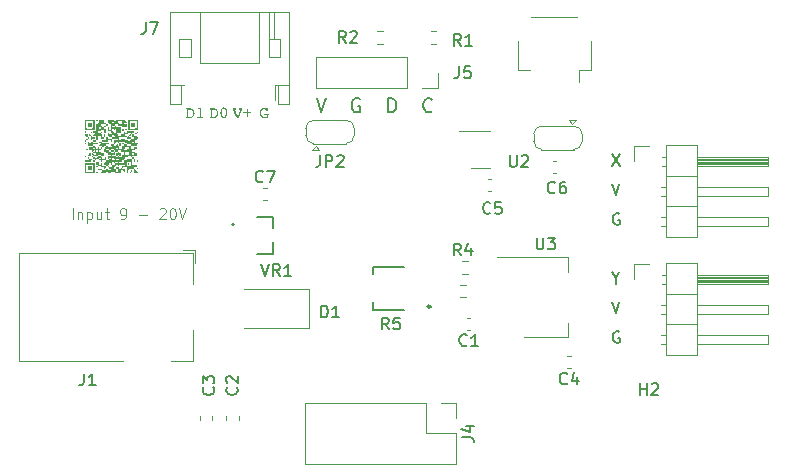
<source format=gbr>
%TF.GenerationSoftware,KiCad,Pcbnew,7.0.2-0*%
%TF.CreationDate,2023-10-31T10:36:30-04:00*%
%TF.ProjectId,WiringHarness,57697269-6e67-4486-9172-6e6573732e6b,rev?*%
%TF.SameCoordinates,Original*%
%TF.FileFunction,Legend,Top*%
%TF.FilePolarity,Positive*%
%FSLAX46Y46*%
G04 Gerber Fmt 4.6, Leading zero omitted, Abs format (unit mm)*
G04 Created by KiCad (PCBNEW 7.0.2-0) date 2023-10-31 10:36:30*
%MOMM*%
%LPD*%
G01*
G04 APERTURE LIST*
%ADD10C,0.150000*%
%ADD11C,0.090000*%
%ADD12C,0.120000*%
%ADD13C,0.127000*%
%ADD14C,0.240000*%
%ADD15C,0.200000*%
G04 APERTURE END LIST*
D10*
X148864285Y-82903142D02*
X149264285Y-84103142D01*
X149264285Y-84103142D02*
X149664285Y-82903142D01*
X152521428Y-82960285D02*
X152407143Y-82903142D01*
X152407143Y-82903142D02*
X152235714Y-82903142D01*
X152235714Y-82903142D02*
X152064285Y-82960285D01*
X152064285Y-82960285D02*
X151950000Y-83074571D01*
X151950000Y-83074571D02*
X151892857Y-83188857D01*
X151892857Y-83188857D02*
X151835714Y-83417428D01*
X151835714Y-83417428D02*
X151835714Y-83588857D01*
X151835714Y-83588857D02*
X151892857Y-83817428D01*
X151892857Y-83817428D02*
X151950000Y-83931714D01*
X151950000Y-83931714D02*
X152064285Y-84046000D01*
X152064285Y-84046000D02*
X152235714Y-84103142D01*
X152235714Y-84103142D02*
X152350000Y-84103142D01*
X152350000Y-84103142D02*
X152521428Y-84046000D01*
X152521428Y-84046000D02*
X152578571Y-83988857D01*
X152578571Y-83988857D02*
X152578571Y-83588857D01*
X152578571Y-83588857D02*
X152350000Y-83588857D01*
X154921429Y-84103142D02*
X154921429Y-82903142D01*
X154921429Y-82903142D02*
X155207143Y-82903142D01*
X155207143Y-82903142D02*
X155378572Y-82960285D01*
X155378572Y-82960285D02*
X155492857Y-83074571D01*
X155492857Y-83074571D02*
X155550000Y-83188857D01*
X155550000Y-83188857D02*
X155607143Y-83417428D01*
X155607143Y-83417428D02*
X155607143Y-83588857D01*
X155607143Y-83588857D02*
X155550000Y-83817428D01*
X155550000Y-83817428D02*
X155492857Y-83931714D01*
X155492857Y-83931714D02*
X155378572Y-84046000D01*
X155378572Y-84046000D02*
X155207143Y-84103142D01*
X155207143Y-84103142D02*
X154921429Y-84103142D01*
X158635715Y-83988857D02*
X158578572Y-84046000D01*
X158578572Y-84046000D02*
X158407144Y-84103142D01*
X158407144Y-84103142D02*
X158292858Y-84103142D01*
X158292858Y-84103142D02*
X158121429Y-84046000D01*
X158121429Y-84046000D02*
X158007144Y-83931714D01*
X158007144Y-83931714D02*
X157950001Y-83817428D01*
X157950001Y-83817428D02*
X157892858Y-83588857D01*
X157892858Y-83588857D02*
X157892858Y-83417428D01*
X157892858Y-83417428D02*
X157950001Y-83188857D01*
X157950001Y-83188857D02*
X158007144Y-83074571D01*
X158007144Y-83074571D02*
X158121429Y-82960285D01*
X158121429Y-82960285D02*
X158292858Y-82903142D01*
X158292858Y-82903142D02*
X158407144Y-82903142D01*
X158407144Y-82903142D02*
X158578572Y-82960285D01*
X158578572Y-82960285D02*
X158635715Y-83017428D01*
X174511904Y-102675238D02*
X174416666Y-102627619D01*
X174416666Y-102627619D02*
X174273809Y-102627619D01*
X174273809Y-102627619D02*
X174130952Y-102675238D01*
X174130952Y-102675238D02*
X174035714Y-102770476D01*
X174035714Y-102770476D02*
X173988095Y-102865714D01*
X173988095Y-102865714D02*
X173940476Y-103056190D01*
X173940476Y-103056190D02*
X173940476Y-103199047D01*
X173940476Y-103199047D02*
X173988095Y-103389523D01*
X173988095Y-103389523D02*
X174035714Y-103484761D01*
X174035714Y-103484761D02*
X174130952Y-103580000D01*
X174130952Y-103580000D02*
X174273809Y-103627619D01*
X174273809Y-103627619D02*
X174369047Y-103627619D01*
X174369047Y-103627619D02*
X174511904Y-103580000D01*
X174511904Y-103580000D02*
X174559523Y-103532380D01*
X174559523Y-103532380D02*
X174559523Y-103199047D01*
X174559523Y-103199047D02*
X174369047Y-103199047D01*
X173892857Y-87627619D02*
X174559523Y-88627619D01*
X174559523Y-87627619D02*
X173892857Y-88627619D01*
G36*
X138169983Y-83767266D02*
G01*
X138180480Y-83767588D01*
X138190841Y-83768123D01*
X138201066Y-83768873D01*
X138211156Y-83769837D01*
X138221109Y-83771015D01*
X138230926Y-83772407D01*
X138240607Y-83774013D01*
X138259562Y-83777869D01*
X138277972Y-83782581D01*
X138295839Y-83788150D01*
X138313162Y-83794576D01*
X138329942Y-83801858D01*
X138346177Y-83809997D01*
X138361869Y-83818993D01*
X138377017Y-83828846D01*
X138391621Y-83839555D01*
X138405681Y-83851122D01*
X138419197Y-83863545D01*
X138432170Y-83876824D01*
X138444474Y-83890832D01*
X138455983Y-83905439D01*
X138466700Y-83920645D01*
X138476622Y-83936450D01*
X138485751Y-83952854D01*
X138494085Y-83969858D01*
X138501626Y-83987461D01*
X138508374Y-84005662D01*
X138511449Y-84014988D01*
X138514327Y-84024463D01*
X138517006Y-84034089D01*
X138519487Y-84043864D01*
X138521769Y-84053788D01*
X138523852Y-84063863D01*
X138525738Y-84074087D01*
X138527424Y-84084461D01*
X138528913Y-84094985D01*
X138530203Y-84105659D01*
X138531294Y-84116482D01*
X138532187Y-84127456D01*
X138532882Y-84138579D01*
X138533378Y-84149852D01*
X138533676Y-84161274D01*
X138533775Y-84172847D01*
X138533660Y-84184153D01*
X138533317Y-84195359D01*
X138532744Y-84206463D01*
X138531943Y-84217467D01*
X138530913Y-84228369D01*
X138529653Y-84239170D01*
X138528165Y-84249870D01*
X138526448Y-84260469D01*
X138524501Y-84270966D01*
X138522326Y-84281363D01*
X138519922Y-84291658D01*
X138517288Y-84301853D01*
X138514426Y-84311946D01*
X138511335Y-84321938D01*
X138508015Y-84331829D01*
X138504466Y-84341618D01*
X138500729Y-84351282D01*
X138496783Y-84360795D01*
X138492630Y-84370158D01*
X138488269Y-84379369D01*
X138483700Y-84388430D01*
X138478923Y-84397340D01*
X138473938Y-84406100D01*
X138468745Y-84414708D01*
X138463344Y-84423166D01*
X138457735Y-84431473D01*
X138451918Y-84439630D01*
X138445893Y-84447635D01*
X138439660Y-84455490D01*
X138433219Y-84463194D01*
X138426570Y-84470748D01*
X138419713Y-84478150D01*
X138409855Y-84487880D01*
X138399606Y-84497104D01*
X138388967Y-84505821D01*
X138377936Y-84514031D01*
X138366515Y-84521735D01*
X138354704Y-84528932D01*
X138342501Y-84535622D01*
X138329908Y-84541806D01*
X138316925Y-84547483D01*
X138303550Y-84552654D01*
X138294417Y-84555819D01*
X138285031Y-84558748D01*
X138275312Y-84561487D01*
X138265262Y-84564037D01*
X138254880Y-84566398D01*
X138244166Y-84568571D01*
X138233119Y-84570554D01*
X138221741Y-84572349D01*
X138210031Y-84573954D01*
X138197989Y-84575371D01*
X138185614Y-84576599D01*
X138172908Y-84577638D01*
X138159870Y-84578488D01*
X138146499Y-84579149D01*
X138132797Y-84579622D01*
X138118762Y-84579905D01*
X138104396Y-84580000D01*
X138093987Y-84580000D01*
X138082981Y-84580000D01*
X138073163Y-84580000D01*
X138062006Y-84580000D01*
X138057990Y-84580000D01*
X138048196Y-84580000D01*
X138037388Y-84580000D01*
X138027611Y-84580000D01*
X138017506Y-84580000D01*
X138007676Y-84580000D01*
X137899232Y-84580000D01*
X137868213Y-84580000D01*
X137857708Y-84579427D01*
X137847190Y-84577370D01*
X137837255Y-84573268D01*
X137830111Y-84568032D01*
X137823972Y-84560353D01*
X137819842Y-84550781D01*
X137817857Y-84540683D01*
X137817411Y-84532128D01*
X137818112Y-84521561D01*
X137820631Y-84511345D01*
X137825654Y-84502223D01*
X137832065Y-84496224D01*
X137841148Y-84491843D01*
X137851775Y-84489036D01*
X137862875Y-84487394D01*
X137873528Y-84486562D01*
X137885458Y-84486220D01*
X137887997Y-84486210D01*
X137900453Y-84486210D01*
X137900453Y-83860949D01*
X138007676Y-83860949D01*
X138007676Y-84486210D01*
X138018636Y-84487233D01*
X138029535Y-84488103D01*
X138040374Y-84488821D01*
X138051151Y-84489385D01*
X138061943Y-84489813D01*
X138072583Y-84490118D01*
X138083070Y-84490301D01*
X138093405Y-84490362D01*
X138103880Y-84490288D01*
X138114179Y-84490066D01*
X138124301Y-84489695D01*
X138134247Y-84489176D01*
X138144016Y-84488508D01*
X138163025Y-84486728D01*
X138181328Y-84484354D01*
X138198925Y-84481387D01*
X138215816Y-84477826D01*
X138232001Y-84473672D01*
X138247480Y-84468925D01*
X138262253Y-84463584D01*
X138276319Y-84457649D01*
X138289680Y-84451122D01*
X138302335Y-84444000D01*
X138314284Y-84436286D01*
X138325527Y-84427978D01*
X138336064Y-84419076D01*
X138341067Y-84414403D01*
X138350591Y-84404566D01*
X138359500Y-84394047D01*
X138367795Y-84382844D01*
X138375475Y-84370958D01*
X138382541Y-84358389D01*
X138388992Y-84345137D01*
X138394829Y-84331202D01*
X138400052Y-84316584D01*
X138404660Y-84301282D01*
X138408654Y-84285298D01*
X138412033Y-84268630D01*
X138414798Y-84251279D01*
X138416948Y-84233245D01*
X138418485Y-84214528D01*
X138419406Y-84195128D01*
X138419637Y-84185172D01*
X138419713Y-84175045D01*
X138419636Y-84164859D01*
X138419404Y-84154848D01*
X138419018Y-84145012D01*
X138417781Y-84125866D01*
X138415927Y-84107420D01*
X138413454Y-84089674D01*
X138410363Y-84072629D01*
X138406653Y-84056283D01*
X138402325Y-84040639D01*
X138397379Y-84025694D01*
X138391815Y-84011450D01*
X138385633Y-83997906D01*
X138378832Y-83985062D01*
X138371413Y-83972918D01*
X138363376Y-83961475D01*
X138354721Y-83950732D01*
X138345447Y-83940690D01*
X138340579Y-83935931D01*
X138330347Y-83926851D01*
X138319375Y-83918357D01*
X138307663Y-83910449D01*
X138295211Y-83903126D01*
X138282018Y-83896390D01*
X138268084Y-83890239D01*
X138253411Y-83884674D01*
X138237997Y-83879694D01*
X138221842Y-83875301D01*
X138204948Y-83871493D01*
X138187313Y-83868271D01*
X138168937Y-83865635D01*
X138149821Y-83863585D01*
X138139986Y-83862779D01*
X138129965Y-83862120D01*
X138119759Y-83861608D01*
X138109369Y-83861241D01*
X138098793Y-83861022D01*
X138088032Y-83860949D01*
X138076483Y-83860949D01*
X138066015Y-83860949D01*
X138055171Y-83860949D01*
X138044581Y-83860949D01*
X138038939Y-83860949D01*
X138028644Y-83860949D01*
X138018827Y-83860949D01*
X138008579Y-83860949D01*
X138007676Y-83860949D01*
X137900453Y-83860949D01*
X137889462Y-83860949D01*
X137879547Y-83860788D01*
X137868292Y-83860137D01*
X137858300Y-83858985D01*
X137847979Y-83856941D01*
X137838238Y-83853646D01*
X137832798Y-83850690D01*
X137825360Y-83843546D01*
X137820356Y-83833929D01*
X137817951Y-83823305D01*
X137817411Y-83814054D01*
X137818018Y-83804095D01*
X137820201Y-83794229D01*
X137824555Y-83785065D01*
X137830111Y-83778639D01*
X137838376Y-83773090D01*
X137847604Y-83769682D01*
X137858602Y-83767709D01*
X137869678Y-83767159D01*
X137899232Y-83767159D01*
X138007676Y-83767159D01*
X138159351Y-83767159D01*
X138169983Y-83767266D01*
G37*
G36*
X138847871Y-83847759D02*
G01*
X138838009Y-83849367D01*
X138834438Y-83849958D01*
X138826622Y-83850446D01*
X138816486Y-83849698D01*
X138806251Y-83847068D01*
X138797252Y-83842545D01*
X138791939Y-83838478D01*
X138785446Y-83831128D01*
X138780723Y-83821511D01*
X138778716Y-83811550D01*
X138778506Y-83806727D01*
X138779651Y-83796904D01*
X138783555Y-83787037D01*
X138789509Y-83778918D01*
X138790230Y-83778150D01*
X138797636Y-83771627D01*
X138806665Y-83766069D01*
X138816053Y-83761940D01*
X138823935Y-83759344D01*
X139027878Y-83704633D01*
X139035327Y-83697794D01*
X139042533Y-83692909D01*
X139051787Y-83689551D01*
X139057431Y-83689002D01*
X139067062Y-83691017D01*
X139074920Y-83697064D01*
X139077948Y-83701214D01*
X139082259Y-83710620D01*
X139084625Y-83720924D01*
X139085490Y-83731625D01*
X139085519Y-83734187D01*
X139085519Y-84486210D01*
X139195429Y-84486210D01*
X139206485Y-84486296D01*
X139216755Y-84486554D01*
X139229227Y-84487164D01*
X139240302Y-84488080D01*
X139252181Y-84489654D01*
X139261878Y-84491706D01*
X139271787Y-84495379D01*
X139272854Y-84495980D01*
X139280882Y-84502690D01*
X139286283Y-84512106D01*
X139288878Y-84522746D01*
X139289462Y-84532128D01*
X139288808Y-84542027D01*
X139286457Y-84551938D01*
X139281769Y-84561300D01*
X139275785Y-84568032D01*
X139266990Y-84573817D01*
X139257323Y-84577370D01*
X139247437Y-84579252D01*
X139236219Y-84579988D01*
X139234508Y-84580000D01*
X138823691Y-84580000D01*
X138813905Y-84579579D01*
X138803682Y-84578024D01*
X138793573Y-84574845D01*
X138784207Y-84569481D01*
X138782414Y-84568032D01*
X138775802Y-84560353D01*
X138771354Y-84550781D01*
X138769217Y-84540683D01*
X138768736Y-84532128D01*
X138769519Y-84521299D01*
X138772332Y-84510926D01*
X138777941Y-84501811D01*
X138785101Y-84495980D01*
X138794494Y-84492173D01*
X138805931Y-84489654D01*
X138817850Y-84488080D01*
X138828948Y-84487164D01*
X138841435Y-84486554D01*
X138851712Y-84486296D01*
X138862770Y-84486210D01*
X138976831Y-84486210D01*
X138976831Y-83816985D01*
X138847871Y-83847759D01*
G37*
X173845238Y-100127619D02*
X174178571Y-101127619D01*
X174178571Y-101127619D02*
X174511904Y-100127619D01*
D11*
X128214285Y-93139857D02*
X128214285Y-92239857D01*
X128642856Y-92539857D02*
X128642856Y-93139857D01*
X128642856Y-92625571D02*
X128685713Y-92582714D01*
X128685713Y-92582714D02*
X128771428Y-92539857D01*
X128771428Y-92539857D02*
X128899999Y-92539857D01*
X128899999Y-92539857D02*
X128985713Y-92582714D01*
X128985713Y-92582714D02*
X129028571Y-92668428D01*
X129028571Y-92668428D02*
X129028571Y-93139857D01*
X129457142Y-92539857D02*
X129457142Y-93439857D01*
X129457142Y-92582714D02*
X129542857Y-92539857D01*
X129542857Y-92539857D02*
X129714285Y-92539857D01*
X129714285Y-92539857D02*
X129799999Y-92582714D01*
X129799999Y-92582714D02*
X129842857Y-92625571D01*
X129842857Y-92625571D02*
X129885714Y-92711285D01*
X129885714Y-92711285D02*
X129885714Y-92968428D01*
X129885714Y-92968428D02*
X129842857Y-93054142D01*
X129842857Y-93054142D02*
X129799999Y-93097000D01*
X129799999Y-93097000D02*
X129714285Y-93139857D01*
X129714285Y-93139857D02*
X129542857Y-93139857D01*
X129542857Y-93139857D02*
X129457142Y-93097000D01*
X130657143Y-92539857D02*
X130657143Y-93139857D01*
X130271428Y-92539857D02*
X130271428Y-93011285D01*
X130271428Y-93011285D02*
X130314285Y-93097000D01*
X130314285Y-93097000D02*
X130400000Y-93139857D01*
X130400000Y-93139857D02*
X130528571Y-93139857D01*
X130528571Y-93139857D02*
X130614285Y-93097000D01*
X130614285Y-93097000D02*
X130657143Y-93054142D01*
X130957143Y-92539857D02*
X131300000Y-92539857D01*
X131085714Y-92239857D02*
X131085714Y-93011285D01*
X131085714Y-93011285D02*
X131128571Y-93097000D01*
X131128571Y-93097000D02*
X131214286Y-93139857D01*
X131214286Y-93139857D02*
X131300000Y-93139857D01*
X132328571Y-93139857D02*
X132500000Y-93139857D01*
X132500000Y-93139857D02*
X132585714Y-93097000D01*
X132585714Y-93097000D02*
X132628571Y-93054142D01*
X132628571Y-93054142D02*
X132714286Y-92925571D01*
X132714286Y-92925571D02*
X132757143Y-92754142D01*
X132757143Y-92754142D02*
X132757143Y-92411285D01*
X132757143Y-92411285D02*
X132714286Y-92325571D01*
X132714286Y-92325571D02*
X132671429Y-92282714D01*
X132671429Y-92282714D02*
X132585714Y-92239857D01*
X132585714Y-92239857D02*
X132414286Y-92239857D01*
X132414286Y-92239857D02*
X132328571Y-92282714D01*
X132328571Y-92282714D02*
X132285714Y-92325571D01*
X132285714Y-92325571D02*
X132242857Y-92411285D01*
X132242857Y-92411285D02*
X132242857Y-92625571D01*
X132242857Y-92625571D02*
X132285714Y-92711285D01*
X132285714Y-92711285D02*
X132328571Y-92754142D01*
X132328571Y-92754142D02*
X132414286Y-92797000D01*
X132414286Y-92797000D02*
X132585714Y-92797000D01*
X132585714Y-92797000D02*
X132671429Y-92754142D01*
X132671429Y-92754142D02*
X132714286Y-92711285D01*
X132714286Y-92711285D02*
X132757143Y-92625571D01*
X133828571Y-92797000D02*
X134514286Y-92797000D01*
X135585714Y-92325571D02*
X135628571Y-92282714D01*
X135628571Y-92282714D02*
X135714286Y-92239857D01*
X135714286Y-92239857D02*
X135928571Y-92239857D01*
X135928571Y-92239857D02*
X136014286Y-92282714D01*
X136014286Y-92282714D02*
X136057143Y-92325571D01*
X136057143Y-92325571D02*
X136100000Y-92411285D01*
X136100000Y-92411285D02*
X136100000Y-92497000D01*
X136100000Y-92497000D02*
X136057143Y-92625571D01*
X136057143Y-92625571D02*
X135542857Y-93139857D01*
X135542857Y-93139857D02*
X136100000Y-93139857D01*
X136657143Y-92239857D02*
X136742857Y-92239857D01*
X136742857Y-92239857D02*
X136828571Y-92282714D01*
X136828571Y-92282714D02*
X136871429Y-92325571D01*
X136871429Y-92325571D02*
X136914286Y-92411285D01*
X136914286Y-92411285D02*
X136957143Y-92582714D01*
X136957143Y-92582714D02*
X136957143Y-92797000D01*
X136957143Y-92797000D02*
X136914286Y-92968428D01*
X136914286Y-92968428D02*
X136871429Y-93054142D01*
X136871429Y-93054142D02*
X136828571Y-93097000D01*
X136828571Y-93097000D02*
X136742857Y-93139857D01*
X136742857Y-93139857D02*
X136657143Y-93139857D01*
X136657143Y-93139857D02*
X136571429Y-93097000D01*
X136571429Y-93097000D02*
X136528571Y-93054142D01*
X136528571Y-93054142D02*
X136485714Y-92968428D01*
X136485714Y-92968428D02*
X136442857Y-92797000D01*
X136442857Y-92797000D02*
X136442857Y-92582714D01*
X136442857Y-92582714D02*
X136485714Y-92411285D01*
X136485714Y-92411285D02*
X136528571Y-92325571D01*
X136528571Y-92325571D02*
X136571429Y-92282714D01*
X136571429Y-92282714D02*
X136657143Y-92239857D01*
X137214286Y-92239857D02*
X137514286Y-93139857D01*
X137514286Y-93139857D02*
X137814286Y-92239857D01*
D10*
X174511904Y-92675238D02*
X174416666Y-92627619D01*
X174416666Y-92627619D02*
X174273809Y-92627619D01*
X174273809Y-92627619D02*
X174130952Y-92675238D01*
X174130952Y-92675238D02*
X174035714Y-92770476D01*
X174035714Y-92770476D02*
X173988095Y-92865714D01*
X173988095Y-92865714D02*
X173940476Y-93056190D01*
X173940476Y-93056190D02*
X173940476Y-93199047D01*
X173940476Y-93199047D02*
X173988095Y-93389523D01*
X173988095Y-93389523D02*
X174035714Y-93484761D01*
X174035714Y-93484761D02*
X174130952Y-93580000D01*
X174130952Y-93580000D02*
X174273809Y-93627619D01*
X174273809Y-93627619D02*
X174369047Y-93627619D01*
X174369047Y-93627619D02*
X174511904Y-93580000D01*
X174511904Y-93580000D02*
X174559523Y-93532380D01*
X174559523Y-93532380D02*
X174559523Y-93199047D01*
X174559523Y-93199047D02*
X174369047Y-93199047D01*
X174178571Y-98151428D02*
X174178571Y-98627619D01*
X173845238Y-97627619D02*
X174178571Y-98151428D01*
X174178571Y-98151428D02*
X174511904Y-97627619D01*
G36*
X141831577Y-83860949D02*
G01*
X141822784Y-83860949D01*
X141812511Y-83860686D01*
X141801474Y-83859679D01*
X141791846Y-83857916D01*
X141782392Y-83854904D01*
X141773935Y-83850202D01*
X141766969Y-83842998D01*
X141762283Y-83833475D01*
X141760032Y-83823064D01*
X141759525Y-83814054D01*
X141760288Y-83803368D01*
X141762972Y-83792953D01*
X141767587Y-83784237D01*
X141771737Y-83779371D01*
X141779613Y-83773468D01*
X141789228Y-83769497D01*
X141799234Y-83767589D01*
X141807641Y-83767159D01*
X142015980Y-83767159D01*
X142028000Y-83767416D01*
X142038720Y-83768185D01*
X142049869Y-83769785D01*
X142060509Y-83772585D01*
X142069550Y-83777016D01*
X142070446Y-83777662D01*
X142077294Y-83784688D01*
X142081901Y-83794225D01*
X142084114Y-83804812D01*
X142084612Y-83814054D01*
X142083888Y-83824025D01*
X142081285Y-83833932D01*
X142076094Y-83843180D01*
X142069469Y-83849713D01*
X142060783Y-83854629D01*
X142051355Y-83857778D01*
X142040220Y-83859851D01*
X142029318Y-83860773D01*
X142021353Y-83860949D01*
X141945882Y-83860949D01*
X142179378Y-84469846D01*
X142406769Y-83860949D01*
X142315422Y-83860949D01*
X142303916Y-83860554D01*
X142293577Y-83859369D01*
X142282992Y-83856988D01*
X142272840Y-83852950D01*
X142267550Y-83849713D01*
X142260112Y-83842252D01*
X142255108Y-83832780D01*
X142252704Y-83822675D01*
X142252163Y-83814054D01*
X142252852Y-83803380D01*
X142255329Y-83793042D01*
X142260269Y-83783783D01*
X142266573Y-83777662D01*
X142275366Y-83773067D01*
X142285664Y-83770123D01*
X142296426Y-83768400D01*
X142306759Y-83767529D01*
X142318332Y-83767170D01*
X142320795Y-83767159D01*
X142536461Y-83767159D01*
X142547468Y-83767923D01*
X142557039Y-83770212D01*
X142566091Y-83774613D01*
X142571877Y-83779371D01*
X142578188Y-83787901D01*
X142581869Y-83797372D01*
X142583552Y-83807218D01*
X142583845Y-83814054D01*
X142583155Y-83824466D01*
X142580678Y-83834648D01*
X142575739Y-83843913D01*
X142569434Y-83850202D01*
X142559648Y-83855397D01*
X142549712Y-83858262D01*
X142539577Y-83859899D01*
X142527947Y-83860781D01*
X142519364Y-83860949D01*
X142511060Y-83860949D01*
X142263642Y-84517473D01*
X142259735Y-84526928D01*
X142254766Y-84538459D01*
X142250072Y-84548761D01*
X142245653Y-84557834D01*
X142240515Y-84567448D01*
X142234917Y-84576449D01*
X142229937Y-84582686D01*
X142221612Y-84589513D01*
X142211905Y-84593811D01*
X142201985Y-84595517D01*
X142198429Y-84595631D01*
X142159351Y-84595631D01*
X142148264Y-84594475D01*
X142137720Y-84591006D01*
X142127717Y-84585224D01*
X142118257Y-84577130D01*
X142111517Y-84569541D01*
X142105082Y-84560652D01*
X142098952Y-84550462D01*
X142093126Y-84538971D01*
X142087606Y-84526179D01*
X142085833Y-84521625D01*
X142084368Y-84517473D01*
X141831577Y-83860949D01*
G37*
G36*
X143062805Y-84095422D02*
G01*
X143312177Y-84095422D01*
X143322049Y-84096088D01*
X143332388Y-84098481D01*
X143341718Y-84102614D01*
X143350042Y-84108487D01*
X143351011Y-84109344D01*
X143357743Y-84116701D01*
X143363018Y-84125928D01*
X143365858Y-84136159D01*
X143366399Y-84143538D01*
X143365201Y-84154342D01*
X143361607Y-84163948D01*
X143355618Y-84172357D01*
X143351256Y-84176510D01*
X143343135Y-84182067D01*
X143333914Y-84186036D01*
X143323595Y-84188417D01*
X143313664Y-84189199D01*
X143312177Y-84189211D01*
X143062805Y-84189211D01*
X143062805Y-84459832D01*
X143062150Y-84470680D01*
X143060187Y-84480569D01*
X143056340Y-84490697D01*
X143050783Y-84499574D01*
X143049127Y-84501598D01*
X143041678Y-84508543D01*
X143033007Y-84513504D01*
X143023115Y-84516481D01*
X143012002Y-84517473D01*
X143002049Y-84516390D01*
X142992707Y-84513138D01*
X142983975Y-84507719D01*
X142975854Y-84500132D01*
X142969859Y-84492276D01*
X142964810Y-84482640D01*
X142961684Y-84472302D01*
X142960482Y-84461261D01*
X142960467Y-84459832D01*
X142960467Y-84189211D01*
X142712561Y-84189211D01*
X142702403Y-84188603D01*
X142691824Y-84186420D01*
X142682344Y-84182650D01*
X142673964Y-84177292D01*
X142672993Y-84176510D01*
X142665555Y-84168767D01*
X142660551Y-84159826D01*
X142657982Y-84149688D01*
X142657606Y-84143538D01*
X142658900Y-84133188D01*
X142662784Y-84123574D01*
X142669256Y-84114693D01*
X142673970Y-84110076D01*
X142682610Y-84103665D01*
X142691922Y-84099085D01*
X142701905Y-84096338D01*
X142712561Y-84095422D01*
X142960467Y-84095422D01*
X142960467Y-83837990D01*
X142961157Y-83827558D01*
X142963633Y-83816781D01*
X142967911Y-83807225D01*
X142973991Y-83798890D01*
X142974877Y-83797934D01*
X142982602Y-83791309D01*
X142991364Y-83786577D01*
X143001164Y-83783737D01*
X143012002Y-83782791D01*
X143021793Y-83783515D01*
X143031837Y-83786118D01*
X143040661Y-83790614D01*
X143048263Y-83797002D01*
X143049127Y-83797934D01*
X143055111Y-83806116D01*
X143059385Y-83815519D01*
X143061950Y-83826144D01*
X143062791Y-83836442D01*
X143062805Y-83837990D01*
X143062805Y-84095422D01*
G37*
G36*
X144640160Y-84459344D02*
G01*
X144640160Y-84298632D01*
X144469923Y-84298632D01*
X144459213Y-84297724D01*
X144449262Y-84294585D01*
X144440685Y-84288542D01*
X144439392Y-84287152D01*
X144434112Y-84278785D01*
X144431031Y-84269215D01*
X144429623Y-84259087D01*
X144429378Y-84251981D01*
X144429799Y-84240938D01*
X144431310Y-84230321D01*
X144434324Y-84220932D01*
X144438171Y-84214856D01*
X144446318Y-84209155D01*
X144455860Y-84206251D01*
X144466515Y-84204999D01*
X144472609Y-84204842D01*
X144769364Y-84204842D01*
X144779602Y-84206011D01*
X144788769Y-84209997D01*
X144795743Y-84216810D01*
X144800610Y-84226256D01*
X144803089Y-84236045D01*
X144804158Y-84246303D01*
X144804291Y-84251981D01*
X144803742Y-84262834D01*
X144801769Y-84273291D01*
X144797834Y-84282573D01*
X144792812Y-84288618D01*
X144784072Y-84293899D01*
X144774608Y-84296715D01*
X144764523Y-84298153D01*
X144754540Y-84298622D01*
X144752756Y-84298632D01*
X144743963Y-84298632D01*
X144743963Y-84485233D01*
X144743963Y-84501353D01*
X144743558Y-84511576D01*
X144741818Y-84521657D01*
X144739811Y-84526510D01*
X144733125Y-84533967D01*
X144724942Y-84539576D01*
X144723447Y-84540432D01*
X144713059Y-84546065D01*
X144701557Y-84551484D01*
X144692199Y-84555408D01*
X144682214Y-84559212D01*
X144671602Y-84562896D01*
X144660363Y-84566459D01*
X144648498Y-84569903D01*
X144636006Y-84573226D01*
X144622887Y-84576428D01*
X144609141Y-84579511D01*
X144595108Y-84582392D01*
X144581037Y-84584989D01*
X144566927Y-84587303D01*
X144552778Y-84589334D01*
X144538591Y-84591082D01*
X144524365Y-84592546D01*
X144510100Y-84593726D01*
X144495797Y-84594624D01*
X144481455Y-84595237D01*
X144467075Y-84595568D01*
X144457466Y-84595631D01*
X144446026Y-84595516D01*
X144434723Y-84595172D01*
X144423559Y-84594598D01*
X144412533Y-84593795D01*
X144401646Y-84592763D01*
X144390897Y-84591501D01*
X144380286Y-84590009D01*
X144369814Y-84588288D01*
X144359480Y-84586338D01*
X144349284Y-84584158D01*
X144339227Y-84581749D01*
X144329308Y-84579110D01*
X144319527Y-84576242D01*
X144309885Y-84573144D01*
X144300381Y-84569817D01*
X144291015Y-84566261D01*
X144281788Y-84562475D01*
X144272699Y-84558459D01*
X144263748Y-84554214D01*
X144254936Y-84549740D01*
X144246262Y-84545036D01*
X144237726Y-84540103D01*
X144229329Y-84534940D01*
X144221070Y-84529548D01*
X144212949Y-84523926D01*
X144204967Y-84518075D01*
X144197123Y-84511995D01*
X144189417Y-84505685D01*
X144181850Y-84499145D01*
X144174421Y-84492376D01*
X144167131Y-84485378D01*
X144159979Y-84478150D01*
X144153006Y-84470723D01*
X144146255Y-84463156D01*
X144139725Y-84455450D01*
X144133417Y-84447605D01*
X144127330Y-84439620D01*
X144121465Y-84431496D01*
X144115820Y-84423233D01*
X144110397Y-84414830D01*
X144105196Y-84406288D01*
X144100215Y-84397607D01*
X144095456Y-84388787D01*
X144090919Y-84379827D01*
X144086603Y-84370728D01*
X144082508Y-84361490D01*
X144078634Y-84352112D01*
X144074982Y-84342595D01*
X144071551Y-84332939D01*
X144068342Y-84323144D01*
X144065354Y-84313209D01*
X144062587Y-84303135D01*
X144060041Y-84292922D01*
X144057717Y-84282569D01*
X144055614Y-84272077D01*
X144053733Y-84261446D01*
X144052073Y-84250675D01*
X144050634Y-84239765D01*
X144049417Y-84228716D01*
X144048421Y-84217528D01*
X144047646Y-84206200D01*
X144047093Y-84194733D01*
X144046761Y-84183127D01*
X144046650Y-84171381D01*
X144046758Y-84159615D01*
X144047083Y-84147979D01*
X144047624Y-84136471D01*
X144048382Y-84125093D01*
X144049357Y-84113845D01*
X144050548Y-84102725D01*
X144051956Y-84091735D01*
X144053580Y-84080874D01*
X144055421Y-84070142D01*
X144057479Y-84059540D01*
X144059753Y-84049067D01*
X144062243Y-84038723D01*
X144064950Y-84028508D01*
X144067874Y-84018423D01*
X144071015Y-84008467D01*
X144074371Y-83998640D01*
X144077945Y-83988943D01*
X144081735Y-83979375D01*
X144085742Y-83969936D01*
X144089965Y-83960626D01*
X144094405Y-83951446D01*
X144099061Y-83942395D01*
X144103934Y-83933473D01*
X144109023Y-83924681D01*
X144114329Y-83916017D01*
X144119852Y-83907483D01*
X144125591Y-83899079D01*
X144131547Y-83890803D01*
X144137720Y-83882657D01*
X144144109Y-83874640D01*
X144150714Y-83866753D01*
X144157536Y-83858995D01*
X144164526Y-83851421D01*
X144171635Y-83844088D01*
X144178864Y-83836996D01*
X144186212Y-83830143D01*
X144193679Y-83823532D01*
X144201265Y-83817160D01*
X144208971Y-83811030D01*
X144216796Y-83805139D01*
X144232803Y-83794079D01*
X144249287Y-83783982D01*
X144266249Y-83774845D01*
X144283688Y-83766671D01*
X144301603Y-83759458D01*
X144319996Y-83753207D01*
X144329371Y-83750442D01*
X144338865Y-83747918D01*
X144348479Y-83745633D01*
X144358212Y-83743590D01*
X144368064Y-83741787D01*
X144378036Y-83740224D01*
X144388127Y-83738902D01*
X144398337Y-83737820D01*
X144408666Y-83736978D01*
X144419115Y-83736377D01*
X144429682Y-83736016D01*
X144440369Y-83735896D01*
X144452036Y-83736118D01*
X144463710Y-83736782D01*
X144475391Y-83737888D01*
X144487081Y-83739438D01*
X144498778Y-83741430D01*
X144510482Y-83743865D01*
X144522195Y-83746742D01*
X144533914Y-83750062D01*
X144545756Y-83753657D01*
X144557713Y-83757481D01*
X144569784Y-83761534D01*
X144581969Y-83765816D01*
X144591183Y-83769178D01*
X144600462Y-83772668D01*
X144609805Y-83776287D01*
X144619212Y-83780035D01*
X144628684Y-83783912D01*
X144631856Y-83785233D01*
X144636108Y-83775996D01*
X144641785Y-83767591D01*
X144649186Y-83760604D01*
X144650662Y-83759588D01*
X144659895Y-83754999D01*
X144669741Y-83752480D01*
X144679786Y-83751559D01*
X144682170Y-83751528D01*
X144693496Y-83752215D01*
X144703293Y-83754275D01*
X144712791Y-83758416D01*
X144721100Y-83765438D01*
X144724912Y-83771067D01*
X144728564Y-83780181D01*
X144731031Y-83790504D01*
X144732626Y-83800548D01*
X144733885Y-83812180D01*
X144734609Y-83821946D01*
X144735145Y-83832605D01*
X144735491Y-83844157D01*
X144735648Y-83856602D01*
X144735659Y-83860949D01*
X144735659Y-83955959D01*
X144735373Y-83966144D01*
X144734274Y-83977043D01*
X144731950Y-83987936D01*
X144727920Y-83997980D01*
X144723935Y-84003831D01*
X144715988Y-84010324D01*
X144706654Y-84014312D01*
X144696733Y-84016424D01*
X144686927Y-84017212D01*
X144683391Y-84017264D01*
X144672730Y-84016125D01*
X144663036Y-84012708D01*
X144654307Y-84007014D01*
X144646545Y-83999041D01*
X144639748Y-83988791D01*
X144635006Y-83978951D01*
X144631856Y-83970614D01*
X144628101Y-83961248D01*
X144624179Y-83952054D01*
X144623063Y-83949609D01*
X144618107Y-83939076D01*
X144612765Y-83929004D01*
X144607036Y-83919390D01*
X144600921Y-83910236D01*
X144594419Y-83901541D01*
X144587531Y-83893306D01*
X144580257Y-83885530D01*
X144572596Y-83878213D01*
X144564549Y-83871356D01*
X144556116Y-83864959D01*
X144550279Y-83860949D01*
X144541272Y-83855362D01*
X144532021Y-83850324D01*
X144522524Y-83845836D01*
X144512784Y-83841898D01*
X144502798Y-83838509D01*
X144492568Y-83835669D01*
X144482093Y-83833380D01*
X144471373Y-83831639D01*
X144460408Y-83830449D01*
X144449199Y-83829808D01*
X144441591Y-83829685D01*
X144426427Y-83830035D01*
X144411648Y-83831082D01*
X144397255Y-83832828D01*
X144383247Y-83835273D01*
X144369625Y-83838415D01*
X144356388Y-83842256D01*
X144343537Y-83846796D01*
X144331071Y-83852034D01*
X144318990Y-83857970D01*
X144307295Y-83864605D01*
X144295986Y-83871938D01*
X144285061Y-83879969D01*
X144274523Y-83888699D01*
X144264369Y-83898127D01*
X144254602Y-83908253D01*
X144245219Y-83919078D01*
X144236317Y-83930496D01*
X144227989Y-83942400D01*
X144220235Y-83954790D01*
X144213056Y-83967667D01*
X144206451Y-83981031D01*
X144200420Y-83994881D01*
X144194963Y-84009218D01*
X144190081Y-84024042D01*
X144185774Y-84039352D01*
X144182041Y-84055148D01*
X144178882Y-84071432D01*
X144176297Y-84088201D01*
X144174287Y-84105458D01*
X144172851Y-84123200D01*
X144171989Y-84141430D01*
X144171702Y-84160146D01*
X144172019Y-84179496D01*
X144172969Y-84198343D01*
X144174553Y-84216689D01*
X144176770Y-84234533D01*
X144179621Y-84251875D01*
X144183105Y-84268716D01*
X144187223Y-84285054D01*
X144191974Y-84300891D01*
X144197359Y-84316226D01*
X144203377Y-84331059D01*
X144210029Y-84345390D01*
X144217315Y-84359219D01*
X144225233Y-84372547D01*
X144233786Y-84385372D01*
X144242972Y-84397696D01*
X144252791Y-84409518D01*
X144263136Y-84420698D01*
X144273899Y-84431156D01*
X144285080Y-84440894D01*
X144296678Y-84449910D01*
X144308695Y-84458204D01*
X144321129Y-84465778D01*
X144333982Y-84472630D01*
X144347252Y-84478761D01*
X144360940Y-84484170D01*
X144375046Y-84488859D01*
X144389570Y-84492826D01*
X144404511Y-84496072D01*
X144419871Y-84498596D01*
X144435649Y-84500399D01*
X144451844Y-84501481D01*
X144468457Y-84501842D01*
X144478265Y-84501685D01*
X144488149Y-84501216D01*
X144498110Y-84500434D01*
X144508147Y-84499338D01*
X144518260Y-84497930D01*
X144528449Y-84496209D01*
X144538715Y-84494175D01*
X144549057Y-84491828D01*
X144559617Y-84489076D01*
X144570413Y-84485951D01*
X144581446Y-84482451D01*
X144592716Y-84478578D01*
X144604222Y-84474330D01*
X144615965Y-84469709D01*
X144627944Y-84464713D01*
X144637084Y-84460721D01*
X144640160Y-84459344D01*
G37*
X173845238Y-90127619D02*
X174178571Y-91127619D01*
X174178571Y-91127619D02*
X174511904Y-90127619D01*
G36*
X140169983Y-83767266D02*
G01*
X140180480Y-83767588D01*
X140190841Y-83768123D01*
X140201066Y-83768873D01*
X140211156Y-83769837D01*
X140221109Y-83771015D01*
X140230926Y-83772407D01*
X140240607Y-83774013D01*
X140259562Y-83777869D01*
X140277972Y-83782581D01*
X140295839Y-83788150D01*
X140313162Y-83794576D01*
X140329942Y-83801858D01*
X140346177Y-83809997D01*
X140361869Y-83818993D01*
X140377017Y-83828846D01*
X140391621Y-83839555D01*
X140405681Y-83851122D01*
X140419197Y-83863545D01*
X140432170Y-83876824D01*
X140444474Y-83890832D01*
X140455983Y-83905439D01*
X140466700Y-83920645D01*
X140476622Y-83936450D01*
X140485751Y-83952854D01*
X140494085Y-83969858D01*
X140501626Y-83987461D01*
X140508374Y-84005662D01*
X140511449Y-84014988D01*
X140514327Y-84024463D01*
X140517006Y-84034089D01*
X140519487Y-84043864D01*
X140521769Y-84053788D01*
X140523852Y-84063863D01*
X140525738Y-84074087D01*
X140527424Y-84084461D01*
X140528913Y-84094985D01*
X140530203Y-84105659D01*
X140531294Y-84116482D01*
X140532187Y-84127456D01*
X140532882Y-84138579D01*
X140533378Y-84149852D01*
X140533676Y-84161274D01*
X140533775Y-84172847D01*
X140533660Y-84184153D01*
X140533317Y-84195359D01*
X140532744Y-84206463D01*
X140531943Y-84217467D01*
X140530913Y-84228369D01*
X140529653Y-84239170D01*
X140528165Y-84249870D01*
X140526448Y-84260469D01*
X140524501Y-84270966D01*
X140522326Y-84281363D01*
X140519922Y-84291658D01*
X140517288Y-84301853D01*
X140514426Y-84311946D01*
X140511335Y-84321938D01*
X140508015Y-84331829D01*
X140504466Y-84341618D01*
X140500729Y-84351282D01*
X140496783Y-84360795D01*
X140492630Y-84370158D01*
X140488269Y-84379369D01*
X140483700Y-84388430D01*
X140478923Y-84397340D01*
X140473938Y-84406100D01*
X140468745Y-84414708D01*
X140463344Y-84423166D01*
X140457735Y-84431473D01*
X140451918Y-84439630D01*
X140445893Y-84447635D01*
X140439660Y-84455490D01*
X140433219Y-84463194D01*
X140426570Y-84470748D01*
X140419713Y-84478150D01*
X140409855Y-84487880D01*
X140399606Y-84497104D01*
X140388967Y-84505821D01*
X140377936Y-84514031D01*
X140366515Y-84521735D01*
X140354704Y-84528932D01*
X140342501Y-84535622D01*
X140329908Y-84541806D01*
X140316925Y-84547483D01*
X140303550Y-84552654D01*
X140294417Y-84555819D01*
X140285031Y-84558748D01*
X140275312Y-84561487D01*
X140265262Y-84564037D01*
X140254880Y-84566398D01*
X140244166Y-84568571D01*
X140233119Y-84570554D01*
X140221741Y-84572349D01*
X140210031Y-84573954D01*
X140197989Y-84575371D01*
X140185614Y-84576599D01*
X140172908Y-84577638D01*
X140159870Y-84578488D01*
X140146499Y-84579149D01*
X140132797Y-84579622D01*
X140118762Y-84579905D01*
X140104396Y-84580000D01*
X140093987Y-84580000D01*
X140082981Y-84580000D01*
X140073163Y-84580000D01*
X140062006Y-84580000D01*
X140057990Y-84580000D01*
X140048196Y-84580000D01*
X140037388Y-84580000D01*
X140027611Y-84580000D01*
X140017506Y-84580000D01*
X140007676Y-84580000D01*
X139899232Y-84580000D01*
X139868213Y-84580000D01*
X139857708Y-84579427D01*
X139847190Y-84577370D01*
X139837255Y-84573268D01*
X139830111Y-84568032D01*
X139823972Y-84560353D01*
X139819842Y-84550781D01*
X139817857Y-84540683D01*
X139817411Y-84532128D01*
X139818112Y-84521561D01*
X139820631Y-84511345D01*
X139825654Y-84502223D01*
X139832065Y-84496224D01*
X139841148Y-84491843D01*
X139851775Y-84489036D01*
X139862875Y-84487394D01*
X139873528Y-84486562D01*
X139885458Y-84486220D01*
X139887997Y-84486210D01*
X139900453Y-84486210D01*
X139900453Y-83860949D01*
X140007676Y-83860949D01*
X140007676Y-84486210D01*
X140018636Y-84487233D01*
X140029535Y-84488103D01*
X140040374Y-84488821D01*
X140051151Y-84489385D01*
X140061943Y-84489813D01*
X140072583Y-84490118D01*
X140083070Y-84490301D01*
X140093405Y-84490362D01*
X140103880Y-84490288D01*
X140114179Y-84490066D01*
X140124301Y-84489695D01*
X140134247Y-84489176D01*
X140144016Y-84488508D01*
X140163025Y-84486728D01*
X140181328Y-84484354D01*
X140198925Y-84481387D01*
X140215816Y-84477826D01*
X140232001Y-84473672D01*
X140247480Y-84468925D01*
X140262253Y-84463584D01*
X140276319Y-84457649D01*
X140289680Y-84451122D01*
X140302335Y-84444000D01*
X140314284Y-84436286D01*
X140325527Y-84427978D01*
X140336064Y-84419076D01*
X140341067Y-84414403D01*
X140350591Y-84404566D01*
X140359500Y-84394047D01*
X140367795Y-84382844D01*
X140375475Y-84370958D01*
X140382541Y-84358389D01*
X140388992Y-84345137D01*
X140394829Y-84331202D01*
X140400052Y-84316584D01*
X140404660Y-84301282D01*
X140408654Y-84285298D01*
X140412033Y-84268630D01*
X140414798Y-84251279D01*
X140416948Y-84233245D01*
X140418485Y-84214528D01*
X140419406Y-84195128D01*
X140419637Y-84185172D01*
X140419713Y-84175045D01*
X140419636Y-84164859D01*
X140419404Y-84154848D01*
X140419018Y-84145012D01*
X140417781Y-84125866D01*
X140415927Y-84107420D01*
X140413454Y-84089674D01*
X140410363Y-84072629D01*
X140406653Y-84056283D01*
X140402325Y-84040639D01*
X140397379Y-84025694D01*
X140391815Y-84011450D01*
X140385633Y-83997906D01*
X140378832Y-83985062D01*
X140371413Y-83972918D01*
X140363376Y-83961475D01*
X140354721Y-83950732D01*
X140345447Y-83940690D01*
X140340579Y-83935931D01*
X140330347Y-83926851D01*
X140319375Y-83918357D01*
X140307663Y-83910449D01*
X140295211Y-83903126D01*
X140282018Y-83896390D01*
X140268084Y-83890239D01*
X140253411Y-83884674D01*
X140237997Y-83879694D01*
X140221842Y-83875301D01*
X140204948Y-83871493D01*
X140187313Y-83868271D01*
X140168937Y-83865635D01*
X140149821Y-83863585D01*
X140139986Y-83862779D01*
X140129965Y-83862120D01*
X140119759Y-83861608D01*
X140109369Y-83861241D01*
X140098793Y-83861022D01*
X140088032Y-83860949D01*
X140076483Y-83860949D01*
X140066015Y-83860949D01*
X140055171Y-83860949D01*
X140044581Y-83860949D01*
X140038939Y-83860949D01*
X140028644Y-83860949D01*
X140018827Y-83860949D01*
X140008579Y-83860949D01*
X140007676Y-83860949D01*
X139900453Y-83860949D01*
X139889462Y-83860949D01*
X139879547Y-83860788D01*
X139868292Y-83860137D01*
X139858300Y-83858985D01*
X139847979Y-83856941D01*
X139838238Y-83853646D01*
X139832798Y-83850690D01*
X139825360Y-83843546D01*
X139820356Y-83833929D01*
X139817951Y-83823305D01*
X139817411Y-83814054D01*
X139818018Y-83804095D01*
X139820201Y-83794229D01*
X139824555Y-83785065D01*
X139830111Y-83778639D01*
X139838376Y-83773090D01*
X139847604Y-83769682D01*
X139858602Y-83767709D01*
X139869678Y-83767159D01*
X139899232Y-83767159D01*
X140007676Y-83767159D01*
X140159351Y-83767159D01*
X140169983Y-83767266D01*
G37*
G36*
X141027946Y-83689477D02*
G01*
X141043475Y-83690902D01*
X141058591Y-83693278D01*
X141073292Y-83696604D01*
X141087579Y-83700880D01*
X141101452Y-83706106D01*
X141114912Y-83712283D01*
X141127957Y-83719410D01*
X141140588Y-83727487D01*
X141152804Y-83736514D01*
X141164607Y-83746492D01*
X141175996Y-83757420D01*
X141186971Y-83769298D01*
X141197531Y-83782127D01*
X141207678Y-83795906D01*
X141217411Y-83810635D01*
X141226638Y-83826183D01*
X141235271Y-83842420D01*
X141243308Y-83859347D01*
X141250750Y-83876962D01*
X141257596Y-83895266D01*
X141260796Y-83904676D01*
X141263847Y-83914258D01*
X141266749Y-83924013D01*
X141269503Y-83933940D01*
X141272108Y-83944039D01*
X141274563Y-83954310D01*
X141276870Y-83964754D01*
X141279028Y-83975370D01*
X141281038Y-83986158D01*
X141282898Y-83997118D01*
X141284610Y-84008250D01*
X141286173Y-84019555D01*
X141287586Y-84031032D01*
X141288852Y-84042681D01*
X141289968Y-84054502D01*
X141290935Y-84066495D01*
X141291754Y-84078661D01*
X141292424Y-84090999D01*
X141292945Y-84103509D01*
X141293317Y-84116191D01*
X141293540Y-84129045D01*
X141293614Y-84142072D01*
X141293540Y-84155084D01*
X141293317Y-84167926D01*
X141292945Y-84180596D01*
X141292424Y-84193096D01*
X141291754Y-84205425D01*
X141290935Y-84217583D01*
X141289968Y-84229571D01*
X141288852Y-84241387D01*
X141287586Y-84253033D01*
X141286173Y-84264508D01*
X141284610Y-84275813D01*
X141282898Y-84286946D01*
X141281038Y-84297909D01*
X141279028Y-84308701D01*
X141276870Y-84319322D01*
X141274563Y-84329773D01*
X141272108Y-84340052D01*
X141269503Y-84350161D01*
X141266749Y-84360099D01*
X141263847Y-84369867D01*
X141260796Y-84379463D01*
X141257596Y-84388889D01*
X141254247Y-84398144D01*
X141247103Y-84416142D01*
X141239364Y-84433456D01*
X141231029Y-84450088D01*
X141222099Y-84466036D01*
X141217411Y-84473754D01*
X141207678Y-84488512D01*
X141197531Y-84502319D01*
X141186971Y-84515173D01*
X141175996Y-84527075D01*
X141164607Y-84538025D01*
X141152804Y-84548023D01*
X141140588Y-84557068D01*
X141127957Y-84565162D01*
X141114912Y-84572303D01*
X141101452Y-84578492D01*
X141087579Y-84583729D01*
X141073292Y-84588014D01*
X141058591Y-84591346D01*
X141043475Y-84593727D01*
X141027946Y-84595155D01*
X141012002Y-84595631D01*
X140996060Y-84595158D01*
X140980533Y-84593738D01*
X140965423Y-84591372D01*
X140950728Y-84588060D01*
X140936449Y-84583801D01*
X140922587Y-84578595D01*
X140909140Y-84572443D01*
X140896109Y-84565345D01*
X140883494Y-84557300D01*
X140871296Y-84548309D01*
X140859513Y-84538371D01*
X140848146Y-84527487D01*
X140837195Y-84515657D01*
X140826660Y-84502880D01*
X140816541Y-84489156D01*
X140806838Y-84474487D01*
X140797670Y-84458963D01*
X140789093Y-84442739D01*
X140781107Y-84425815D01*
X140773713Y-84408190D01*
X140766910Y-84389865D01*
X140763731Y-84380440D01*
X140760699Y-84370840D01*
X140757816Y-84361065D01*
X140755080Y-84351114D01*
X140752492Y-84340989D01*
X140750052Y-84330689D01*
X140747760Y-84320213D01*
X140745615Y-84309563D01*
X140743619Y-84298737D01*
X140741770Y-84287736D01*
X140740070Y-84276560D01*
X140738517Y-84265210D01*
X140737112Y-84253684D01*
X140735855Y-84241983D01*
X140734746Y-84230107D01*
X140733785Y-84218055D01*
X140732972Y-84205829D01*
X140732306Y-84193428D01*
X140731788Y-84180852D01*
X140731419Y-84168100D01*
X140731197Y-84155174D01*
X140731123Y-84142072D01*
X140731126Y-84141584D01*
X140844940Y-84141584D01*
X140844983Y-84152254D01*
X140845112Y-84162774D01*
X140845327Y-84173141D01*
X140845627Y-84183357D01*
X140846014Y-84193421D01*
X140846486Y-84203333D01*
X140847044Y-84213094D01*
X140848418Y-84232160D01*
X140850135Y-84250619D01*
X140852196Y-84268472D01*
X140854600Y-84285718D01*
X140857348Y-84302357D01*
X140860439Y-84318389D01*
X140863874Y-84333815D01*
X140867652Y-84348633D01*
X140871774Y-84362845D01*
X140876239Y-84376450D01*
X140881047Y-84389449D01*
X140886199Y-84401840D01*
X140888904Y-84407808D01*
X140894537Y-84419195D01*
X140900444Y-84429847D01*
X140906627Y-84439765D01*
X140913084Y-84448948D01*
X140919816Y-84457396D01*
X140926823Y-84465110D01*
X140934104Y-84472089D01*
X140941660Y-84478333D01*
X140953510Y-84486323D01*
X140965978Y-84492659D01*
X140979064Y-84497342D01*
X140992768Y-84500373D01*
X141007091Y-84501750D01*
X141012002Y-84501842D01*
X141021816Y-84501474D01*
X141036014Y-84499546D01*
X141049585Y-84495965D01*
X141062530Y-84490730D01*
X141074847Y-84483843D01*
X141086538Y-84475303D01*
X141093983Y-84468691D01*
X141101150Y-84461345D01*
X141108039Y-84453264D01*
X141114649Y-84444448D01*
X141120980Y-84434898D01*
X141127033Y-84424613D01*
X141132807Y-84413594D01*
X141135589Y-84407808D01*
X141140913Y-84395720D01*
X141145893Y-84383025D01*
X141150530Y-84369724D01*
X141154823Y-84355815D01*
X141158773Y-84341300D01*
X141162380Y-84326178D01*
X141165642Y-84310449D01*
X141168562Y-84294113D01*
X141171138Y-84277171D01*
X141173370Y-84259622D01*
X141175260Y-84241466D01*
X141176805Y-84222703D01*
X141178007Y-84203333D01*
X141178480Y-84193421D01*
X141178866Y-84183357D01*
X141179166Y-84173141D01*
X141179381Y-84162774D01*
X141179510Y-84152254D01*
X141179553Y-84141584D01*
X141179510Y-84130958D01*
X141179381Y-84120484D01*
X141179166Y-84110161D01*
X141178866Y-84099990D01*
X141178480Y-84089969D01*
X141178007Y-84080100D01*
X141176805Y-84060816D01*
X141175260Y-84042136D01*
X141173370Y-84024061D01*
X141171138Y-84006591D01*
X141168562Y-83989726D01*
X141165642Y-83973465D01*
X141162380Y-83957810D01*
X141158773Y-83942759D01*
X141154823Y-83928314D01*
X141150530Y-83914473D01*
X141145893Y-83901237D01*
X141140913Y-83888606D01*
X141135589Y-83876580D01*
X141129954Y-83865223D01*
X141124041Y-83854598D01*
X141117849Y-83844706D01*
X141111379Y-83835547D01*
X141104629Y-83827121D01*
X141097602Y-83819427D01*
X141090295Y-83812466D01*
X141082711Y-83806238D01*
X141070811Y-83798270D01*
X141058284Y-83791950D01*
X141045131Y-83787279D01*
X141031351Y-83784256D01*
X141016944Y-83782882D01*
X141012002Y-83782791D01*
X140997474Y-83783615D01*
X140983563Y-83786088D01*
X140970271Y-83790210D01*
X140957597Y-83795980D01*
X140945542Y-83803399D01*
X140934104Y-83812466D01*
X140926823Y-83819427D01*
X140919816Y-83827121D01*
X140913084Y-83835547D01*
X140906627Y-83844706D01*
X140900444Y-83854598D01*
X140894537Y-83865223D01*
X140888904Y-83876580D01*
X140883580Y-83888606D01*
X140878600Y-83901237D01*
X140873963Y-83914473D01*
X140869670Y-83928314D01*
X140865720Y-83942759D01*
X140862114Y-83957810D01*
X140858851Y-83973465D01*
X140855931Y-83989726D01*
X140853355Y-84006591D01*
X140851123Y-84024061D01*
X140849234Y-84042136D01*
X140847688Y-84060816D01*
X140846486Y-84080100D01*
X140846014Y-84089969D01*
X140845627Y-84099990D01*
X140845327Y-84110161D01*
X140845112Y-84120484D01*
X140844983Y-84130958D01*
X140844940Y-84141584D01*
X140731126Y-84141584D01*
X140731197Y-84129001D01*
X140731419Y-84116104D01*
X140731788Y-84103382D01*
X140732306Y-84090835D01*
X140732972Y-84078462D01*
X140733785Y-84066263D01*
X140734746Y-84054240D01*
X140735855Y-84042390D01*
X140737112Y-84030716D01*
X140738517Y-84019216D01*
X140740070Y-84007891D01*
X140741770Y-83996740D01*
X140743619Y-83985764D01*
X140745615Y-83974962D01*
X140747760Y-83964335D01*
X140750052Y-83953883D01*
X140752492Y-83943605D01*
X140755080Y-83933502D01*
X140757816Y-83923573D01*
X140760699Y-83913820D01*
X140763731Y-83904240D01*
X140766910Y-83894835D01*
X140770238Y-83885605D01*
X140777336Y-83867669D01*
X140785026Y-83850430D01*
X140793307Y-83833891D01*
X140802180Y-83818049D01*
X140806838Y-83810390D01*
X140816541Y-83795691D01*
X140826660Y-83781940D01*
X140837195Y-83769137D01*
X140848146Y-83757283D01*
X140859513Y-83746377D01*
X140871296Y-83736419D01*
X140883494Y-83727410D01*
X140896109Y-83719349D01*
X140909140Y-83712236D01*
X140922587Y-83706072D01*
X140936449Y-83700856D01*
X140950728Y-83696588D01*
X140965423Y-83693269D01*
X140980533Y-83690898D01*
X140996060Y-83689476D01*
X141012002Y-83689002D01*
X141027946Y-83689477D01*
G37*
%TO.C,J7*%
X134416666Y-76462619D02*
X134416666Y-77176904D01*
X134416666Y-77176904D02*
X134369047Y-77319761D01*
X134369047Y-77319761D02*
X134273809Y-77415000D01*
X134273809Y-77415000D02*
X134130952Y-77462619D01*
X134130952Y-77462619D02*
X134035714Y-77462619D01*
X134797619Y-76462619D02*
X135464285Y-76462619D01*
X135464285Y-76462619D02*
X135035714Y-77462619D01*
%TO.C,J4*%
X161162619Y-111603333D02*
X161876904Y-111603333D01*
X161876904Y-111603333D02*
X162019761Y-111650952D01*
X162019761Y-111650952D02*
X162115000Y-111746190D01*
X162115000Y-111746190D02*
X162162619Y-111889047D01*
X162162619Y-111889047D02*
X162162619Y-111984285D01*
X161495952Y-110698571D02*
X162162619Y-110698571D01*
X161115000Y-110936666D02*
X161829285Y-111174761D01*
X161829285Y-111174761D02*
X161829285Y-110555714D01*
%TO.C,R4*%
X161083333Y-96212619D02*
X160750000Y-95736428D01*
X160511905Y-96212619D02*
X160511905Y-95212619D01*
X160511905Y-95212619D02*
X160892857Y-95212619D01*
X160892857Y-95212619D02*
X160988095Y-95260238D01*
X160988095Y-95260238D02*
X161035714Y-95307857D01*
X161035714Y-95307857D02*
X161083333Y-95403095D01*
X161083333Y-95403095D02*
X161083333Y-95545952D01*
X161083333Y-95545952D02*
X161035714Y-95641190D01*
X161035714Y-95641190D02*
X160988095Y-95688809D01*
X160988095Y-95688809D02*
X160892857Y-95736428D01*
X160892857Y-95736428D02*
X160511905Y-95736428D01*
X161940476Y-95545952D02*
X161940476Y-96212619D01*
X161702381Y-95165000D02*
X161464286Y-95879285D01*
X161464286Y-95879285D02*
X162083333Y-95879285D01*
%TO.C,R5*%
X154988991Y-102471160D02*
X154655603Y-101994891D01*
X154417468Y-102471160D02*
X154417468Y-101470995D01*
X154417468Y-101470995D02*
X154798483Y-101470995D01*
X154798483Y-101470995D02*
X154893737Y-101518622D01*
X154893737Y-101518622D02*
X154941364Y-101566249D01*
X154941364Y-101566249D02*
X154988991Y-101661503D01*
X154988991Y-101661503D02*
X154988991Y-101804384D01*
X154988991Y-101804384D02*
X154941364Y-101899638D01*
X154941364Y-101899638D02*
X154893737Y-101947264D01*
X154893737Y-101947264D02*
X154798483Y-101994891D01*
X154798483Y-101994891D02*
X154417468Y-101994891D01*
X155893902Y-101470995D02*
X155417633Y-101470995D01*
X155417633Y-101470995D02*
X155370006Y-101947264D01*
X155370006Y-101947264D02*
X155417633Y-101899638D01*
X155417633Y-101899638D02*
X155512887Y-101852011D01*
X155512887Y-101852011D02*
X155751021Y-101852011D01*
X155751021Y-101852011D02*
X155846275Y-101899638D01*
X155846275Y-101899638D02*
X155893902Y-101947264D01*
X155893902Y-101947264D02*
X155941529Y-102042518D01*
X155941529Y-102042518D02*
X155941529Y-102280653D01*
X155941529Y-102280653D02*
X155893902Y-102375907D01*
X155893902Y-102375907D02*
X155846275Y-102423534D01*
X155846275Y-102423534D02*
X155751021Y-102471160D01*
X155751021Y-102471160D02*
X155512887Y-102471160D01*
X155512887Y-102471160D02*
X155417633Y-102423534D01*
X155417633Y-102423534D02*
X155370006Y-102375907D01*
%TO.C,J5*%
X160916666Y-80212619D02*
X160916666Y-80926904D01*
X160916666Y-80926904D02*
X160869047Y-81069761D01*
X160869047Y-81069761D02*
X160773809Y-81165000D01*
X160773809Y-81165000D02*
X160630952Y-81212619D01*
X160630952Y-81212619D02*
X160535714Y-81212619D01*
X161869047Y-80212619D02*
X161392857Y-80212619D01*
X161392857Y-80212619D02*
X161345238Y-80688809D01*
X161345238Y-80688809D02*
X161392857Y-80641190D01*
X161392857Y-80641190D02*
X161488095Y-80593571D01*
X161488095Y-80593571D02*
X161726190Y-80593571D01*
X161726190Y-80593571D02*
X161821428Y-80641190D01*
X161821428Y-80641190D02*
X161869047Y-80688809D01*
X161869047Y-80688809D02*
X161916666Y-80784047D01*
X161916666Y-80784047D02*
X161916666Y-81022142D01*
X161916666Y-81022142D02*
X161869047Y-81117380D01*
X161869047Y-81117380D02*
X161821428Y-81165000D01*
X161821428Y-81165000D02*
X161726190Y-81212619D01*
X161726190Y-81212619D02*
X161488095Y-81212619D01*
X161488095Y-81212619D02*
X161392857Y-81165000D01*
X161392857Y-81165000D02*
X161345238Y-81117380D01*
%TO.C,H2*%
X176238095Y-108012619D02*
X176238095Y-107012619D01*
X176238095Y-107488809D02*
X176809523Y-107488809D01*
X176809523Y-108012619D02*
X176809523Y-107012619D01*
X177238095Y-107107857D02*
X177285714Y-107060238D01*
X177285714Y-107060238D02*
X177380952Y-107012619D01*
X177380952Y-107012619D02*
X177619047Y-107012619D01*
X177619047Y-107012619D02*
X177714285Y-107060238D01*
X177714285Y-107060238D02*
X177761904Y-107107857D01*
X177761904Y-107107857D02*
X177809523Y-107203095D01*
X177809523Y-107203095D02*
X177809523Y-107298333D01*
X177809523Y-107298333D02*
X177761904Y-107441190D01*
X177761904Y-107441190D02*
X177190476Y-108012619D01*
X177190476Y-108012619D02*
X177809523Y-108012619D01*
%TO.C,C6*%
X169058333Y-90867380D02*
X169010714Y-90915000D01*
X169010714Y-90915000D02*
X168867857Y-90962619D01*
X168867857Y-90962619D02*
X168772619Y-90962619D01*
X168772619Y-90962619D02*
X168629762Y-90915000D01*
X168629762Y-90915000D02*
X168534524Y-90819761D01*
X168534524Y-90819761D02*
X168486905Y-90724523D01*
X168486905Y-90724523D02*
X168439286Y-90534047D01*
X168439286Y-90534047D02*
X168439286Y-90391190D01*
X168439286Y-90391190D02*
X168486905Y-90200714D01*
X168486905Y-90200714D02*
X168534524Y-90105476D01*
X168534524Y-90105476D02*
X168629762Y-90010238D01*
X168629762Y-90010238D02*
X168772619Y-89962619D01*
X168772619Y-89962619D02*
X168867857Y-89962619D01*
X168867857Y-89962619D02*
X169010714Y-90010238D01*
X169010714Y-90010238D02*
X169058333Y-90057857D01*
X169915476Y-89962619D02*
X169725000Y-89962619D01*
X169725000Y-89962619D02*
X169629762Y-90010238D01*
X169629762Y-90010238D02*
X169582143Y-90057857D01*
X169582143Y-90057857D02*
X169486905Y-90200714D01*
X169486905Y-90200714D02*
X169439286Y-90391190D01*
X169439286Y-90391190D02*
X169439286Y-90772142D01*
X169439286Y-90772142D02*
X169486905Y-90867380D01*
X169486905Y-90867380D02*
X169534524Y-90915000D01*
X169534524Y-90915000D02*
X169629762Y-90962619D01*
X169629762Y-90962619D02*
X169820238Y-90962619D01*
X169820238Y-90962619D02*
X169915476Y-90915000D01*
X169915476Y-90915000D02*
X169963095Y-90867380D01*
X169963095Y-90867380D02*
X170010714Y-90772142D01*
X170010714Y-90772142D02*
X170010714Y-90534047D01*
X170010714Y-90534047D02*
X169963095Y-90438809D01*
X169963095Y-90438809D02*
X169915476Y-90391190D01*
X169915476Y-90391190D02*
X169820238Y-90343571D01*
X169820238Y-90343571D02*
X169629762Y-90343571D01*
X169629762Y-90343571D02*
X169534524Y-90391190D01*
X169534524Y-90391190D02*
X169486905Y-90438809D01*
X169486905Y-90438809D02*
X169439286Y-90534047D01*
%TO.C,C2*%
X142117380Y-107391666D02*
X142165000Y-107439285D01*
X142165000Y-107439285D02*
X142212619Y-107582142D01*
X142212619Y-107582142D02*
X142212619Y-107677380D01*
X142212619Y-107677380D02*
X142165000Y-107820237D01*
X142165000Y-107820237D02*
X142069761Y-107915475D01*
X142069761Y-107915475D02*
X141974523Y-107963094D01*
X141974523Y-107963094D02*
X141784047Y-108010713D01*
X141784047Y-108010713D02*
X141641190Y-108010713D01*
X141641190Y-108010713D02*
X141450714Y-107963094D01*
X141450714Y-107963094D02*
X141355476Y-107915475D01*
X141355476Y-107915475D02*
X141260238Y-107820237D01*
X141260238Y-107820237D02*
X141212619Y-107677380D01*
X141212619Y-107677380D02*
X141212619Y-107582142D01*
X141212619Y-107582142D02*
X141260238Y-107439285D01*
X141260238Y-107439285D02*
X141307857Y-107391666D01*
X141307857Y-107010713D02*
X141260238Y-106963094D01*
X141260238Y-106963094D02*
X141212619Y-106867856D01*
X141212619Y-106867856D02*
X141212619Y-106629761D01*
X141212619Y-106629761D02*
X141260238Y-106534523D01*
X141260238Y-106534523D02*
X141307857Y-106486904D01*
X141307857Y-106486904D02*
X141403095Y-106439285D01*
X141403095Y-106439285D02*
X141498333Y-106439285D01*
X141498333Y-106439285D02*
X141641190Y-106486904D01*
X141641190Y-106486904D02*
X142212619Y-107058332D01*
X142212619Y-107058332D02*
X142212619Y-106439285D01*
%TO.C,VR1*%
X144190476Y-96962619D02*
X144523809Y-97962619D01*
X144523809Y-97962619D02*
X144857142Y-96962619D01*
X145761904Y-97962619D02*
X145428571Y-97486428D01*
X145190476Y-97962619D02*
X145190476Y-96962619D01*
X145190476Y-96962619D02*
X145571428Y-96962619D01*
X145571428Y-96962619D02*
X145666666Y-97010238D01*
X145666666Y-97010238D02*
X145714285Y-97057857D01*
X145714285Y-97057857D02*
X145761904Y-97153095D01*
X145761904Y-97153095D02*
X145761904Y-97295952D01*
X145761904Y-97295952D02*
X145714285Y-97391190D01*
X145714285Y-97391190D02*
X145666666Y-97438809D01*
X145666666Y-97438809D02*
X145571428Y-97486428D01*
X145571428Y-97486428D02*
X145190476Y-97486428D01*
X146714285Y-97962619D02*
X146142857Y-97962619D01*
X146428571Y-97962619D02*
X146428571Y-96962619D01*
X146428571Y-96962619D02*
X146333333Y-97105476D01*
X146333333Y-97105476D02*
X146238095Y-97200714D01*
X146238095Y-97200714D02*
X146142857Y-97248333D01*
%TO.C,R2*%
X151333333Y-78212619D02*
X151000000Y-77736428D01*
X150761905Y-78212619D02*
X150761905Y-77212619D01*
X150761905Y-77212619D02*
X151142857Y-77212619D01*
X151142857Y-77212619D02*
X151238095Y-77260238D01*
X151238095Y-77260238D02*
X151285714Y-77307857D01*
X151285714Y-77307857D02*
X151333333Y-77403095D01*
X151333333Y-77403095D02*
X151333333Y-77545952D01*
X151333333Y-77545952D02*
X151285714Y-77641190D01*
X151285714Y-77641190D02*
X151238095Y-77688809D01*
X151238095Y-77688809D02*
X151142857Y-77736428D01*
X151142857Y-77736428D02*
X150761905Y-77736428D01*
X151714286Y-77307857D02*
X151761905Y-77260238D01*
X151761905Y-77260238D02*
X151857143Y-77212619D01*
X151857143Y-77212619D02*
X152095238Y-77212619D01*
X152095238Y-77212619D02*
X152190476Y-77260238D01*
X152190476Y-77260238D02*
X152238095Y-77307857D01*
X152238095Y-77307857D02*
X152285714Y-77403095D01*
X152285714Y-77403095D02*
X152285714Y-77498333D01*
X152285714Y-77498333D02*
X152238095Y-77641190D01*
X152238095Y-77641190D02*
X151666667Y-78212619D01*
X151666667Y-78212619D02*
X152285714Y-78212619D01*
%TO.C,C1*%
X161583333Y-103797380D02*
X161535714Y-103845000D01*
X161535714Y-103845000D02*
X161392857Y-103892619D01*
X161392857Y-103892619D02*
X161297619Y-103892619D01*
X161297619Y-103892619D02*
X161154762Y-103845000D01*
X161154762Y-103845000D02*
X161059524Y-103749761D01*
X161059524Y-103749761D02*
X161011905Y-103654523D01*
X161011905Y-103654523D02*
X160964286Y-103464047D01*
X160964286Y-103464047D02*
X160964286Y-103321190D01*
X160964286Y-103321190D02*
X161011905Y-103130714D01*
X161011905Y-103130714D02*
X161059524Y-103035476D01*
X161059524Y-103035476D02*
X161154762Y-102940238D01*
X161154762Y-102940238D02*
X161297619Y-102892619D01*
X161297619Y-102892619D02*
X161392857Y-102892619D01*
X161392857Y-102892619D02*
X161535714Y-102940238D01*
X161535714Y-102940238D02*
X161583333Y-102987857D01*
X162535714Y-103892619D02*
X161964286Y-103892619D01*
X162250000Y-103892619D02*
X162250000Y-102892619D01*
X162250000Y-102892619D02*
X162154762Y-103035476D01*
X162154762Y-103035476D02*
X162059524Y-103130714D01*
X162059524Y-103130714D02*
X161964286Y-103178333D01*
%TO.C,R1*%
X161083333Y-78462619D02*
X160750000Y-77986428D01*
X160511905Y-78462619D02*
X160511905Y-77462619D01*
X160511905Y-77462619D02*
X160892857Y-77462619D01*
X160892857Y-77462619D02*
X160988095Y-77510238D01*
X160988095Y-77510238D02*
X161035714Y-77557857D01*
X161035714Y-77557857D02*
X161083333Y-77653095D01*
X161083333Y-77653095D02*
X161083333Y-77795952D01*
X161083333Y-77795952D02*
X161035714Y-77891190D01*
X161035714Y-77891190D02*
X160988095Y-77938809D01*
X160988095Y-77938809D02*
X160892857Y-77986428D01*
X160892857Y-77986428D02*
X160511905Y-77986428D01*
X162035714Y-78462619D02*
X161464286Y-78462619D01*
X161750000Y-78462619D02*
X161750000Y-77462619D01*
X161750000Y-77462619D02*
X161654762Y-77605476D01*
X161654762Y-77605476D02*
X161559524Y-77700714D01*
X161559524Y-77700714D02*
X161464286Y-77748333D01*
%TO.C,C3*%
X140117380Y-107391666D02*
X140165000Y-107439285D01*
X140165000Y-107439285D02*
X140212619Y-107582142D01*
X140212619Y-107582142D02*
X140212619Y-107677380D01*
X140212619Y-107677380D02*
X140165000Y-107820237D01*
X140165000Y-107820237D02*
X140069761Y-107915475D01*
X140069761Y-107915475D02*
X139974523Y-107963094D01*
X139974523Y-107963094D02*
X139784047Y-108010713D01*
X139784047Y-108010713D02*
X139641190Y-108010713D01*
X139641190Y-108010713D02*
X139450714Y-107963094D01*
X139450714Y-107963094D02*
X139355476Y-107915475D01*
X139355476Y-107915475D02*
X139260238Y-107820237D01*
X139260238Y-107820237D02*
X139212619Y-107677380D01*
X139212619Y-107677380D02*
X139212619Y-107582142D01*
X139212619Y-107582142D02*
X139260238Y-107439285D01*
X139260238Y-107439285D02*
X139307857Y-107391666D01*
X139212619Y-107058332D02*
X139212619Y-106439285D01*
X139212619Y-106439285D02*
X139593571Y-106772618D01*
X139593571Y-106772618D02*
X139593571Y-106629761D01*
X139593571Y-106629761D02*
X139641190Y-106534523D01*
X139641190Y-106534523D02*
X139688809Y-106486904D01*
X139688809Y-106486904D02*
X139784047Y-106439285D01*
X139784047Y-106439285D02*
X140022142Y-106439285D01*
X140022142Y-106439285D02*
X140117380Y-106486904D01*
X140117380Y-106486904D02*
X140165000Y-106534523D01*
X140165000Y-106534523D02*
X140212619Y-106629761D01*
X140212619Y-106629761D02*
X140212619Y-106915475D01*
X140212619Y-106915475D02*
X140165000Y-107010713D01*
X140165000Y-107010713D02*
X140117380Y-107058332D01*
%TO.C,C7*%
X144333333Y-89937380D02*
X144285714Y-89985000D01*
X144285714Y-89985000D02*
X144142857Y-90032619D01*
X144142857Y-90032619D02*
X144047619Y-90032619D01*
X144047619Y-90032619D02*
X143904762Y-89985000D01*
X143904762Y-89985000D02*
X143809524Y-89889761D01*
X143809524Y-89889761D02*
X143761905Y-89794523D01*
X143761905Y-89794523D02*
X143714286Y-89604047D01*
X143714286Y-89604047D02*
X143714286Y-89461190D01*
X143714286Y-89461190D02*
X143761905Y-89270714D01*
X143761905Y-89270714D02*
X143809524Y-89175476D01*
X143809524Y-89175476D02*
X143904762Y-89080238D01*
X143904762Y-89080238D02*
X144047619Y-89032619D01*
X144047619Y-89032619D02*
X144142857Y-89032619D01*
X144142857Y-89032619D02*
X144285714Y-89080238D01*
X144285714Y-89080238D02*
X144333333Y-89127857D01*
X144666667Y-89032619D02*
X145333333Y-89032619D01*
X145333333Y-89032619D02*
X144904762Y-90032619D01*
%TO.C,J1*%
X129166666Y-106212619D02*
X129166666Y-106926904D01*
X129166666Y-106926904D02*
X129119047Y-107069761D01*
X129119047Y-107069761D02*
X129023809Y-107165000D01*
X129023809Y-107165000D02*
X128880952Y-107212619D01*
X128880952Y-107212619D02*
X128785714Y-107212619D01*
X130166666Y-107212619D02*
X129595238Y-107212619D01*
X129880952Y-107212619D02*
X129880952Y-106212619D01*
X129880952Y-106212619D02*
X129785714Y-106355476D01*
X129785714Y-106355476D02*
X129690476Y-106450714D01*
X129690476Y-106450714D02*
X129595238Y-106498333D01*
%TO.C,D1*%
X149261905Y-101462619D02*
X149261905Y-100462619D01*
X149261905Y-100462619D02*
X149500000Y-100462619D01*
X149500000Y-100462619D02*
X149642857Y-100510238D01*
X149642857Y-100510238D02*
X149738095Y-100605476D01*
X149738095Y-100605476D02*
X149785714Y-100700714D01*
X149785714Y-100700714D02*
X149833333Y-100891190D01*
X149833333Y-100891190D02*
X149833333Y-101034047D01*
X149833333Y-101034047D02*
X149785714Y-101224523D01*
X149785714Y-101224523D02*
X149738095Y-101319761D01*
X149738095Y-101319761D02*
X149642857Y-101415000D01*
X149642857Y-101415000D02*
X149500000Y-101462619D01*
X149500000Y-101462619D02*
X149261905Y-101462619D01*
X150785714Y-101462619D02*
X150214286Y-101462619D01*
X150500000Y-101462619D02*
X150500000Y-100462619D01*
X150500000Y-100462619D02*
X150404762Y-100605476D01*
X150404762Y-100605476D02*
X150309524Y-100700714D01*
X150309524Y-100700714D02*
X150214286Y-100748333D01*
%TO.C,JP2*%
X149166666Y-87712619D02*
X149166666Y-88426904D01*
X149166666Y-88426904D02*
X149119047Y-88569761D01*
X149119047Y-88569761D02*
X149023809Y-88665000D01*
X149023809Y-88665000D02*
X148880952Y-88712619D01*
X148880952Y-88712619D02*
X148785714Y-88712619D01*
X149642857Y-88712619D02*
X149642857Y-87712619D01*
X149642857Y-87712619D02*
X150023809Y-87712619D01*
X150023809Y-87712619D02*
X150119047Y-87760238D01*
X150119047Y-87760238D02*
X150166666Y-87807857D01*
X150166666Y-87807857D02*
X150214285Y-87903095D01*
X150214285Y-87903095D02*
X150214285Y-88045952D01*
X150214285Y-88045952D02*
X150166666Y-88141190D01*
X150166666Y-88141190D02*
X150119047Y-88188809D01*
X150119047Y-88188809D02*
X150023809Y-88236428D01*
X150023809Y-88236428D02*
X149642857Y-88236428D01*
X150595238Y-87807857D02*
X150642857Y-87760238D01*
X150642857Y-87760238D02*
X150738095Y-87712619D01*
X150738095Y-87712619D02*
X150976190Y-87712619D01*
X150976190Y-87712619D02*
X151071428Y-87760238D01*
X151071428Y-87760238D02*
X151119047Y-87807857D01*
X151119047Y-87807857D02*
X151166666Y-87903095D01*
X151166666Y-87903095D02*
X151166666Y-87998333D01*
X151166666Y-87998333D02*
X151119047Y-88141190D01*
X151119047Y-88141190D02*
X150547619Y-88712619D01*
X150547619Y-88712619D02*
X151166666Y-88712619D01*
%TO.C,U3*%
X167488095Y-94712619D02*
X167488095Y-95522142D01*
X167488095Y-95522142D02*
X167535714Y-95617380D01*
X167535714Y-95617380D02*
X167583333Y-95665000D01*
X167583333Y-95665000D02*
X167678571Y-95712619D01*
X167678571Y-95712619D02*
X167869047Y-95712619D01*
X167869047Y-95712619D02*
X167964285Y-95665000D01*
X167964285Y-95665000D02*
X168011904Y-95617380D01*
X168011904Y-95617380D02*
X168059523Y-95522142D01*
X168059523Y-95522142D02*
X168059523Y-94712619D01*
X168440476Y-94712619D02*
X169059523Y-94712619D01*
X169059523Y-94712619D02*
X168726190Y-95093571D01*
X168726190Y-95093571D02*
X168869047Y-95093571D01*
X168869047Y-95093571D02*
X168964285Y-95141190D01*
X168964285Y-95141190D02*
X169011904Y-95188809D01*
X169011904Y-95188809D02*
X169059523Y-95284047D01*
X169059523Y-95284047D02*
X169059523Y-95522142D01*
X169059523Y-95522142D02*
X169011904Y-95617380D01*
X169011904Y-95617380D02*
X168964285Y-95665000D01*
X168964285Y-95665000D02*
X168869047Y-95712619D01*
X168869047Y-95712619D02*
X168583333Y-95712619D01*
X168583333Y-95712619D02*
X168488095Y-95665000D01*
X168488095Y-95665000D02*
X168440476Y-95617380D01*
%TO.C,C4*%
X170083333Y-107047380D02*
X170035714Y-107095000D01*
X170035714Y-107095000D02*
X169892857Y-107142619D01*
X169892857Y-107142619D02*
X169797619Y-107142619D01*
X169797619Y-107142619D02*
X169654762Y-107095000D01*
X169654762Y-107095000D02*
X169559524Y-106999761D01*
X169559524Y-106999761D02*
X169511905Y-106904523D01*
X169511905Y-106904523D02*
X169464286Y-106714047D01*
X169464286Y-106714047D02*
X169464286Y-106571190D01*
X169464286Y-106571190D02*
X169511905Y-106380714D01*
X169511905Y-106380714D02*
X169559524Y-106285476D01*
X169559524Y-106285476D02*
X169654762Y-106190238D01*
X169654762Y-106190238D02*
X169797619Y-106142619D01*
X169797619Y-106142619D02*
X169892857Y-106142619D01*
X169892857Y-106142619D02*
X170035714Y-106190238D01*
X170035714Y-106190238D02*
X170083333Y-106237857D01*
X170940476Y-106475952D02*
X170940476Y-107142619D01*
X170702381Y-106095000D02*
X170464286Y-106809285D01*
X170464286Y-106809285D02*
X171083333Y-106809285D01*
%TO.C,U2*%
X165238095Y-87712619D02*
X165238095Y-88522142D01*
X165238095Y-88522142D02*
X165285714Y-88617380D01*
X165285714Y-88617380D02*
X165333333Y-88665000D01*
X165333333Y-88665000D02*
X165428571Y-88712619D01*
X165428571Y-88712619D02*
X165619047Y-88712619D01*
X165619047Y-88712619D02*
X165714285Y-88665000D01*
X165714285Y-88665000D02*
X165761904Y-88617380D01*
X165761904Y-88617380D02*
X165809523Y-88522142D01*
X165809523Y-88522142D02*
X165809523Y-87712619D01*
X166238095Y-87807857D02*
X166285714Y-87760238D01*
X166285714Y-87760238D02*
X166380952Y-87712619D01*
X166380952Y-87712619D02*
X166619047Y-87712619D01*
X166619047Y-87712619D02*
X166714285Y-87760238D01*
X166714285Y-87760238D02*
X166761904Y-87807857D01*
X166761904Y-87807857D02*
X166809523Y-87903095D01*
X166809523Y-87903095D02*
X166809523Y-87998333D01*
X166809523Y-87998333D02*
X166761904Y-88141190D01*
X166761904Y-88141190D02*
X166190476Y-88712619D01*
X166190476Y-88712619D02*
X166809523Y-88712619D01*
%TO.C,C5*%
X163583333Y-92617380D02*
X163535714Y-92665000D01*
X163535714Y-92665000D02*
X163392857Y-92712619D01*
X163392857Y-92712619D02*
X163297619Y-92712619D01*
X163297619Y-92712619D02*
X163154762Y-92665000D01*
X163154762Y-92665000D02*
X163059524Y-92569761D01*
X163059524Y-92569761D02*
X163011905Y-92474523D01*
X163011905Y-92474523D02*
X162964286Y-92284047D01*
X162964286Y-92284047D02*
X162964286Y-92141190D01*
X162964286Y-92141190D02*
X163011905Y-91950714D01*
X163011905Y-91950714D02*
X163059524Y-91855476D01*
X163059524Y-91855476D02*
X163154762Y-91760238D01*
X163154762Y-91760238D02*
X163297619Y-91712619D01*
X163297619Y-91712619D02*
X163392857Y-91712619D01*
X163392857Y-91712619D02*
X163535714Y-91760238D01*
X163535714Y-91760238D02*
X163583333Y-91807857D01*
X164488095Y-91712619D02*
X164011905Y-91712619D01*
X164011905Y-91712619D02*
X163964286Y-92188809D01*
X163964286Y-92188809D02*
X164011905Y-92141190D01*
X164011905Y-92141190D02*
X164107143Y-92093571D01*
X164107143Y-92093571D02*
X164345238Y-92093571D01*
X164345238Y-92093571D02*
X164440476Y-92141190D01*
X164440476Y-92141190D02*
X164488095Y-92188809D01*
X164488095Y-92188809D02*
X164535714Y-92284047D01*
X164535714Y-92284047D02*
X164535714Y-92522142D01*
X164535714Y-92522142D02*
X164488095Y-92617380D01*
X164488095Y-92617380D02*
X164440476Y-92665000D01*
X164440476Y-92665000D02*
X164345238Y-92712619D01*
X164345238Y-92712619D02*
X164107143Y-92712619D01*
X164107143Y-92712619D02*
X164011905Y-92665000D01*
X164011905Y-92665000D02*
X163964286Y-92617380D01*
D12*
%TO.C,J7*%
X146560000Y-83410000D02*
X146560000Y-75590000D01*
X146560000Y-81810000D02*
X145640000Y-81810000D01*
X146560000Y-75590000D02*
X136440000Y-75590000D01*
X145800000Y-79450000D02*
X145800000Y-77850000D01*
X145800000Y-77850000D02*
X144800000Y-77850000D01*
X145640000Y-83410000D02*
X146560000Y-83410000D01*
X145640000Y-81810000D02*
X145640000Y-83410000D01*
X145360000Y-81810000D02*
X145640000Y-81810000D01*
X145360000Y-81810000D02*
X145360000Y-83025000D01*
X145300000Y-77850000D02*
X145300000Y-75590000D01*
X144800000Y-79450000D02*
X145800000Y-79450000D01*
X144800000Y-77850000D02*
X144800000Y-79450000D01*
X144800000Y-77850000D02*
X144800000Y-75590000D01*
X144000000Y-79950000D02*
X139000000Y-79950000D01*
X144000000Y-75590000D02*
X144000000Y-79950000D01*
X139000000Y-79950000D02*
X139000000Y-75590000D01*
X138200000Y-79450000D02*
X137200000Y-79450000D01*
X138200000Y-77850000D02*
X138200000Y-79450000D01*
X137360000Y-83410000D02*
X137360000Y-81810000D01*
X137360000Y-81810000D02*
X137640000Y-81810000D01*
X137200000Y-79450000D02*
X137200000Y-77850000D01*
X137200000Y-77850000D02*
X138200000Y-77850000D01*
X136440000Y-83410000D02*
X137360000Y-83410000D01*
X136440000Y-81810000D02*
X137360000Y-81810000D01*
X136440000Y-75590000D02*
X136440000Y-83410000D01*
%TO.C,J4*%
X160700000Y-108670000D02*
X160700000Y-110000000D01*
X159370000Y-108670000D02*
X160700000Y-108670000D01*
X158100000Y-108670000D02*
X147880000Y-108670000D01*
X158100000Y-108670000D02*
X158100000Y-111270000D01*
X147880000Y-108670000D02*
X147880000Y-113870000D01*
X160700000Y-111270000D02*
X160700000Y-113870000D01*
X158100000Y-111270000D02*
X160700000Y-111270000D01*
X160700000Y-113870000D02*
X147880000Y-113870000D01*
%TO.C,R4*%
X161662258Y-97772500D02*
X161187742Y-97772500D01*
X161662258Y-96727500D02*
X161187742Y-96727500D01*
%TO.C,R3*%
X161487258Y-99772500D02*
X161012742Y-99772500D01*
X161487258Y-98727500D02*
X161012742Y-98727500D01*
D13*
%TO.C,R5*%
X156300000Y-100800000D02*
X153650000Y-100800000D01*
X156300000Y-97200000D02*
X153650000Y-97200000D01*
X153650000Y-100800000D02*
X153650000Y-100200000D01*
X153650000Y-97200000D02*
X153650000Y-97800000D01*
D14*
X158515670Y-100558000D02*
G75*
G03*
X158515670Y-100558000I-120000J0D01*
G01*
D12*
%TO.C,J6*%
X172110000Y-80535000D02*
X171060000Y-80535000D01*
X172110000Y-78035000D02*
X172110000Y-80535000D01*
X171060000Y-80535000D02*
X171060000Y-81525000D01*
X170940000Y-76065000D02*
X167060000Y-76065000D01*
X165890000Y-80535000D02*
X166940000Y-80535000D01*
X165890000Y-78035000D02*
X165890000Y-80535000D01*
%TO.C,J3*%
X175730000Y-96955000D02*
X177000000Y-96955000D01*
X175730000Y-98225000D02*
X175730000Y-96955000D01*
X178042929Y-100385000D02*
X178440000Y-100385000D01*
X178042929Y-101145000D02*
X178440000Y-101145000D01*
X178042929Y-102925000D02*
X178440000Y-102925000D01*
X178042929Y-103685000D02*
X178440000Y-103685000D01*
X178110000Y-97845000D02*
X178440000Y-97845000D01*
X178110000Y-98605000D02*
X178440000Y-98605000D01*
X178440000Y-96895000D02*
X178440000Y-104635000D01*
X178440000Y-99495000D02*
X181100000Y-99495000D01*
X178440000Y-102035000D02*
X181100000Y-102035000D01*
X178440000Y-104635000D02*
X181100000Y-104635000D01*
X181100000Y-96895000D02*
X178440000Y-96895000D01*
X181100000Y-97845000D02*
X187100000Y-97845000D01*
X181100000Y-97905000D02*
X187100000Y-97905000D01*
X181100000Y-98025000D02*
X187100000Y-98025000D01*
X181100000Y-98145000D02*
X187100000Y-98145000D01*
X181100000Y-98265000D02*
X187100000Y-98265000D01*
X181100000Y-98385000D02*
X187100000Y-98385000D01*
X181100000Y-98505000D02*
X187100000Y-98505000D01*
X181100000Y-100385000D02*
X187100000Y-100385000D01*
X181100000Y-102925000D02*
X187100000Y-102925000D01*
X181100000Y-104635000D02*
X181100000Y-96895000D01*
X187100000Y-97845000D02*
X187100000Y-98605000D01*
X187100000Y-98605000D02*
X181100000Y-98605000D01*
X187100000Y-100385000D02*
X187100000Y-101145000D01*
X187100000Y-101145000D02*
X181100000Y-101145000D01*
X187100000Y-102925000D02*
X187100000Y-103685000D01*
X187100000Y-103685000D02*
X181100000Y-103685000D01*
%TO.C,JP1*%
X171350000Y-85950000D02*
X171350000Y-86550000D01*
X170800000Y-84750000D02*
X170200000Y-84750000D01*
X170700000Y-87250000D02*
X167900000Y-87250000D01*
X170500000Y-85050000D02*
X170800000Y-84750000D01*
X170500000Y-85050000D02*
X170200000Y-84750000D01*
X167900000Y-85250000D02*
X170700000Y-85250000D01*
X167250000Y-86550000D02*
X167250000Y-85950000D01*
X170650000Y-87250000D02*
G75*
G03*
X171350000Y-86550000I1J699999D01*
G01*
X171350000Y-85950000D02*
G75*
G03*
X170650000Y-85250000I-699999J1D01*
G01*
X167250000Y-86550000D02*
G75*
G03*
X167950000Y-87250000I700000J0D01*
G01*
X167950000Y-85250000D02*
G75*
G03*
X167250000Y-85950000I0J-700000D01*
G01*
%TO.C,J5*%
X156530000Y-79420000D02*
X148850000Y-79420000D01*
X156530000Y-79420000D02*
X156530000Y-82080000D01*
X148850000Y-79420000D02*
X148850000Y-82080000D01*
X159130000Y-80750000D02*
X159130000Y-82080000D01*
X159130000Y-82080000D02*
X157800000Y-82080000D01*
X156530000Y-82080000D02*
X148850000Y-82080000D01*
%TO.C,C6*%
X168859420Y-88240000D02*
X169140580Y-88240000D01*
X168859420Y-89260000D02*
X169140580Y-89260000D01*
%TO.C,C2*%
X142260000Y-109834420D02*
X142260000Y-110115580D01*
X141240000Y-109834420D02*
X141240000Y-110115580D01*
D13*
%TO.C,VR1*%
X143800000Y-92941000D02*
X145200000Y-92941000D01*
X145200000Y-92941000D02*
X145200000Y-93880000D01*
X145200000Y-96059000D02*
X143800000Y-96059000D01*
X145200000Y-96059000D02*
X145200000Y-95120000D01*
D15*
X141890000Y-93600000D02*
G75*
G03*
X141890000Y-93600000I-100000J0D01*
G01*
D12*
%TO.C,R2*%
X154012742Y-77227500D02*
X154487258Y-77227500D01*
X154012742Y-78272500D02*
X154487258Y-78272500D01*
%TO.C,J2*%
X175730000Y-86955000D02*
X177000000Y-86955000D01*
X175730000Y-88225000D02*
X175730000Y-86955000D01*
X178042929Y-90385000D02*
X178440000Y-90385000D01*
X178042929Y-91145000D02*
X178440000Y-91145000D01*
X178042929Y-92925000D02*
X178440000Y-92925000D01*
X178042929Y-93685000D02*
X178440000Y-93685000D01*
X178110000Y-87845000D02*
X178440000Y-87845000D01*
X178110000Y-88605000D02*
X178440000Y-88605000D01*
X178440000Y-86895000D02*
X178440000Y-94635000D01*
X178440000Y-89495000D02*
X181100000Y-89495000D01*
X178440000Y-92035000D02*
X181100000Y-92035000D01*
X178440000Y-94635000D02*
X181100000Y-94635000D01*
X181100000Y-86895000D02*
X178440000Y-86895000D01*
X181100000Y-87845000D02*
X187100000Y-87845000D01*
X181100000Y-87905000D02*
X187100000Y-87905000D01*
X181100000Y-88025000D02*
X187100000Y-88025000D01*
X181100000Y-88145000D02*
X187100000Y-88145000D01*
X181100000Y-88265000D02*
X187100000Y-88265000D01*
X181100000Y-88385000D02*
X187100000Y-88385000D01*
X181100000Y-88505000D02*
X187100000Y-88505000D01*
X181100000Y-90385000D02*
X187100000Y-90385000D01*
X181100000Y-92925000D02*
X187100000Y-92925000D01*
X181100000Y-94635000D02*
X181100000Y-86895000D01*
X187100000Y-87845000D02*
X187100000Y-88605000D01*
X187100000Y-88605000D02*
X181100000Y-88605000D01*
X187100000Y-90385000D02*
X187100000Y-91145000D01*
X187100000Y-91145000D02*
X181100000Y-91145000D01*
X187100000Y-92925000D02*
X187100000Y-93685000D01*
X187100000Y-93685000D02*
X181100000Y-93685000D01*
%TO.C,C1*%
X161890580Y-102510000D02*
X161609420Y-102510000D01*
X161890580Y-101490000D02*
X161609420Y-101490000D01*
%TO.C,R1*%
X158987258Y-78272500D02*
X158512742Y-78272500D01*
X158987258Y-77227500D02*
X158512742Y-77227500D01*
%TO.C,C3*%
X140010000Y-109834420D02*
X140010000Y-110115580D01*
X138990000Y-109834420D02*
X138990000Y-110115580D01*
%TO.C,C7*%
X144359420Y-90490000D02*
X144640580Y-90490000D01*
X144359420Y-91510000D02*
X144640580Y-91510000D01*
%TO.C,G\u002A\u002A\u002A*%
G36*
X129852762Y-85169735D02*
G01*
X129852762Y-85352762D01*
X129669735Y-85352762D01*
X129486709Y-85352762D01*
X129486709Y-85169735D01*
X129486709Y-84986709D01*
X129669735Y-84986709D01*
X129852762Y-84986709D01*
X129852762Y-85169735D01*
G37*
G36*
X129852762Y-88830264D02*
G01*
X129852762Y-89013290D01*
X129669735Y-89013290D01*
X129486709Y-89013290D01*
X129486709Y-88830264D01*
X129486709Y-88647237D01*
X129669735Y-88647237D01*
X129852762Y-88647237D01*
X129852762Y-88830264D01*
G37*
G36*
X131683026Y-87366052D02*
G01*
X131683026Y-87427061D01*
X131561008Y-87427061D01*
X131438991Y-87427061D01*
X131438991Y-87366052D01*
X131438991Y-87305044D01*
X131561008Y-87305044D01*
X131683026Y-87305044D01*
X131683026Y-87366052D01*
G37*
G36*
X132293114Y-86816973D02*
G01*
X132293114Y-86938991D01*
X132232105Y-86938991D01*
X132171096Y-86938991D01*
X132171096Y-86816973D01*
X132171096Y-86694956D01*
X132232105Y-86694956D01*
X132293114Y-86694956D01*
X132293114Y-86816973D01*
G37*
G36*
X132537149Y-85596797D02*
G01*
X132537149Y-85718815D01*
X132476141Y-85718815D01*
X132415132Y-85718815D01*
X132415132Y-85596797D01*
X132415132Y-85474779D01*
X132476141Y-85474779D01*
X132537149Y-85474779D01*
X132537149Y-85596797D01*
G37*
G36*
X133513290Y-85169735D02*
G01*
X133513290Y-85352762D01*
X133330264Y-85352762D01*
X133147237Y-85352762D01*
X133147237Y-85169735D01*
X133147237Y-84986709D01*
X133330264Y-84986709D01*
X133513290Y-84986709D01*
X133513290Y-85169735D01*
G37*
G36*
X133739529Y-88774294D02*
G01*
X133755456Y-88798064D01*
X133757325Y-88830264D01*
X133752286Y-88873476D01*
X133728517Y-88889404D01*
X133696317Y-88891273D01*
X133653104Y-88886234D01*
X133637177Y-88862464D01*
X133635308Y-88830264D01*
X133635308Y-88769255D01*
X133696317Y-88769255D01*
X133739529Y-88774294D01*
G37*
G36*
X129346895Y-85723854D02*
G01*
X129362822Y-85747623D01*
X129364691Y-85779823D01*
X129359652Y-85823036D01*
X129335883Y-85838963D01*
X129303683Y-85840832D01*
X129260470Y-85835793D01*
X129244543Y-85812024D01*
X129242674Y-85779823D01*
X129247713Y-85736611D01*
X129271482Y-85720684D01*
X129303683Y-85718815D01*
X129346895Y-85723854D01*
G37*
G36*
X129346895Y-86699995D02*
G01*
X129362822Y-86723764D01*
X129364691Y-86755964D01*
X129359652Y-86799177D01*
X129335883Y-86815104D01*
X129303683Y-86816973D01*
X129260470Y-86811934D01*
X129244543Y-86788165D01*
X129242674Y-86755964D01*
X129247713Y-86712752D01*
X129271482Y-86696825D01*
X129303683Y-86694956D01*
X129346895Y-86699995D01*
G37*
G36*
X129346895Y-87798153D02*
G01*
X129362822Y-87821923D01*
X129364691Y-87854123D01*
X129359652Y-87897335D01*
X129335883Y-87913263D01*
X129303683Y-87915132D01*
X129260470Y-87910093D01*
X129244543Y-87886323D01*
X129242674Y-87854123D01*
X129247713Y-87810910D01*
X129271482Y-87794983D01*
X129303683Y-87793114D01*
X129346895Y-87798153D01*
G37*
G36*
X129468913Y-87188065D02*
G01*
X129484840Y-87211835D01*
X129486709Y-87244035D01*
X129481670Y-87287247D01*
X129457900Y-87303175D01*
X129425700Y-87305044D01*
X129382488Y-87300005D01*
X129366560Y-87276235D01*
X129364691Y-87244035D01*
X129369730Y-87200822D01*
X129393500Y-87184895D01*
X129425700Y-87183026D01*
X129468913Y-87188065D01*
G37*
G36*
X129834966Y-85723854D02*
G01*
X129850893Y-85747623D01*
X129852762Y-85779823D01*
X129847723Y-85823036D01*
X129823953Y-85838963D01*
X129791753Y-85840832D01*
X129748540Y-85835793D01*
X129732613Y-85812024D01*
X129730744Y-85779823D01*
X129735783Y-85736611D01*
X129759553Y-85720684D01*
X129791753Y-85718815D01*
X129834966Y-85723854D01*
G37*
G36*
X130201018Y-87310083D02*
G01*
X130216946Y-87333852D01*
X130218815Y-87366052D01*
X130213776Y-87409265D01*
X130190006Y-87425192D01*
X130157806Y-87427061D01*
X130114593Y-87422022D01*
X130098666Y-87398253D01*
X130096797Y-87366052D01*
X130101836Y-87322840D01*
X130125606Y-87306913D01*
X130157806Y-87305044D01*
X130201018Y-87310083D01*
G37*
G36*
X130323036Y-84747713D02*
G01*
X130338963Y-84771482D01*
X130340832Y-84803683D01*
X130335793Y-84846895D01*
X130312024Y-84862822D01*
X130279823Y-84864691D01*
X130236611Y-84859652D01*
X130220684Y-84835883D01*
X130218815Y-84803683D01*
X130223854Y-84760470D01*
X130247623Y-84744543D01*
X130279823Y-84742674D01*
X130323036Y-84747713D01*
G37*
G36*
X130323036Y-89140347D02*
G01*
X130338963Y-89164116D01*
X130340832Y-89196317D01*
X130335793Y-89239529D01*
X130312024Y-89255456D01*
X130279823Y-89257325D01*
X130236611Y-89252286D01*
X130220684Y-89228517D01*
X130218815Y-89196317D01*
X130223854Y-89153104D01*
X130247623Y-89137177D01*
X130279823Y-89135308D01*
X130323036Y-89140347D01*
G37*
G36*
X131787247Y-85479818D02*
G01*
X131803175Y-85503588D01*
X131805044Y-85535788D01*
X131800005Y-85579001D01*
X131776235Y-85594928D01*
X131744035Y-85596797D01*
X131700822Y-85591758D01*
X131684895Y-85567988D01*
X131683026Y-85535788D01*
X131688065Y-85492576D01*
X131711835Y-85476648D01*
X131744035Y-85474779D01*
X131787247Y-85479818D01*
G37*
G36*
X132519353Y-86699995D02*
G01*
X132535280Y-86723764D01*
X132537149Y-86755964D01*
X132532110Y-86799177D01*
X132508341Y-86815104D01*
X132476141Y-86816973D01*
X132432928Y-86811934D01*
X132417001Y-86788165D01*
X132415132Y-86755964D01*
X132420171Y-86712752D01*
X132443940Y-86696825D01*
X132476141Y-86694956D01*
X132519353Y-86699995D01*
G37*
G36*
X132763388Y-85479818D02*
G01*
X132779316Y-85503588D01*
X132781185Y-85535788D01*
X132776145Y-85579001D01*
X132752376Y-85594928D01*
X132720176Y-85596797D01*
X132676963Y-85591758D01*
X132661036Y-85567988D01*
X132659167Y-85535788D01*
X132664206Y-85492576D01*
X132687976Y-85476648D01*
X132720176Y-85474779D01*
X132763388Y-85479818D01*
G37*
G36*
X133007423Y-88408241D02*
G01*
X133023351Y-88432011D01*
X133025220Y-88464211D01*
X133020181Y-88507423D01*
X132996411Y-88523351D01*
X132964211Y-88525220D01*
X132920998Y-88520181D01*
X132905071Y-88496411D01*
X132903202Y-88464211D01*
X132908241Y-88420998D01*
X132932011Y-88405071D01*
X132964211Y-88403202D01*
X133007423Y-88408241D01*
G37*
G36*
X133739529Y-88164206D02*
G01*
X133755456Y-88187976D01*
X133757325Y-88220176D01*
X133752286Y-88263388D01*
X133728517Y-88279316D01*
X133696317Y-88281185D01*
X133653104Y-88276145D01*
X133637177Y-88252376D01*
X133635308Y-88220176D01*
X133640347Y-88176963D01*
X133664116Y-88161036D01*
X133696317Y-88159167D01*
X133739529Y-88164206D01*
G37*
G36*
X129730744Y-87671096D02*
G01*
X129730744Y-87793114D01*
X129608727Y-87793114D01*
X129486709Y-87793114D01*
X129486709Y-87732105D01*
X129491748Y-87688893D01*
X129515518Y-87672965D01*
X129547718Y-87671096D01*
X129590930Y-87666057D01*
X129606858Y-87642288D01*
X129608727Y-87610088D01*
X129613766Y-87566875D01*
X129637535Y-87550948D01*
X129669735Y-87549079D01*
X129730744Y-87549079D01*
X129730744Y-87671096D01*
G37*
G36*
X133251459Y-89018329D02*
G01*
X133267386Y-89042099D01*
X133269255Y-89074299D01*
X133264216Y-89117512D01*
X133240446Y-89133439D01*
X133208246Y-89135308D01*
X133165034Y-89140347D01*
X133149106Y-89164116D01*
X133147237Y-89196317D01*
X133142198Y-89239529D01*
X133118429Y-89255456D01*
X133086229Y-89257325D01*
X133043016Y-89252286D01*
X133027089Y-89228517D01*
X133025220Y-89196317D01*
X133030259Y-89153104D01*
X133054028Y-89137177D01*
X133086229Y-89135308D01*
X133129441Y-89130269D01*
X133145368Y-89106499D01*
X133147237Y-89074299D01*
X133152276Y-89031087D01*
X133176046Y-89015159D01*
X133208246Y-89013290D01*
X133251459Y-89018329D01*
G37*
G36*
X133739529Y-85723854D02*
G01*
X133755456Y-85747623D01*
X133757325Y-85779823D01*
X133752286Y-85823036D01*
X133728517Y-85838963D01*
X133696317Y-85840832D01*
X133653104Y-85845871D01*
X133637177Y-85869641D01*
X133635308Y-85901841D01*
X133630269Y-85945054D01*
X133606499Y-85960981D01*
X133574299Y-85962850D01*
X133531087Y-85957811D01*
X133515159Y-85934041D01*
X133513290Y-85901841D01*
X133518329Y-85858629D01*
X133542099Y-85842701D01*
X133574299Y-85840832D01*
X133617512Y-85835793D01*
X133633439Y-85812024D01*
X133635308Y-85779823D01*
X133640347Y-85736611D01*
X133664116Y-85720684D01*
X133696317Y-85718815D01*
X133739529Y-85723854D01*
G37*
G36*
X130096797Y-85169735D02*
G01*
X130096797Y-85596797D01*
X129669735Y-85596797D01*
X129242674Y-85596797D01*
X129242674Y-85251471D01*
X129367787Y-85251471D01*
X129368053Y-85341009D01*
X129369826Y-85408559D01*
X129372974Y-85445695D01*
X129373818Y-85448894D01*
X129387005Y-85459868D01*
X129420155Y-85467075D01*
X129478603Y-85470895D01*
X129567680Y-85471706D01*
X129674396Y-85470256D01*
X129964611Y-85464611D01*
X129964611Y-85169735D01*
X129964611Y-84874859D01*
X129669735Y-84874859D01*
X129374859Y-84874859D01*
X129369157Y-85148373D01*
X129367787Y-85251471D01*
X129242674Y-85251471D01*
X129242674Y-85169735D01*
X129242674Y-84742674D01*
X129669735Y-84742674D01*
X130096797Y-84742674D01*
X130096797Y-85169735D01*
G37*
G36*
X130096797Y-88830264D02*
G01*
X130096797Y-89257325D01*
X129669735Y-89257325D01*
X129242674Y-89257325D01*
X129242674Y-88911999D01*
X129367787Y-88911999D01*
X129368053Y-89001537D01*
X129369826Y-89069088D01*
X129372974Y-89106223D01*
X129373818Y-89109422D01*
X129387005Y-89120396D01*
X129420155Y-89127604D01*
X129478603Y-89131423D01*
X129567680Y-89132235D01*
X129674396Y-89130785D01*
X129964611Y-89125140D01*
X129964611Y-88830264D01*
X129964611Y-88535388D01*
X129669735Y-88535388D01*
X129374859Y-88535388D01*
X129369157Y-88808902D01*
X129367787Y-88911999D01*
X129242674Y-88911999D01*
X129242674Y-88830264D01*
X129242674Y-88403202D01*
X129669735Y-88403202D01*
X130096797Y-88403202D01*
X130096797Y-88830264D01*
G37*
G36*
X133757325Y-85169735D02*
G01*
X133757325Y-85596797D01*
X133330264Y-85596797D01*
X132903202Y-85596797D01*
X132903202Y-85251471D01*
X133028315Y-85251471D01*
X133028582Y-85341009D01*
X133030354Y-85408559D01*
X133033502Y-85445695D01*
X133034346Y-85448894D01*
X133047533Y-85459868D01*
X133080684Y-85467075D01*
X133139131Y-85470895D01*
X133228208Y-85471706D01*
X133334925Y-85470256D01*
X133625140Y-85464611D01*
X133625140Y-85169735D01*
X133625140Y-84874859D01*
X133330264Y-84874859D01*
X133035388Y-84874859D01*
X133029685Y-85148373D01*
X133028315Y-85251471D01*
X132903202Y-85251471D01*
X132903202Y-85169735D01*
X132903202Y-84742674D01*
X133330264Y-84742674D01*
X133757325Y-84742674D01*
X133757325Y-85169735D01*
G37*
G36*
X129590930Y-87920171D02*
G01*
X129606858Y-87943940D01*
X129608727Y-87976141D01*
X129608727Y-88037149D01*
X129730744Y-88037149D01*
X129852762Y-88037149D01*
X129852762Y-88098158D01*
X129847723Y-88141371D01*
X129823953Y-88157298D01*
X129791753Y-88159167D01*
X129748540Y-88164206D01*
X129732613Y-88187976D01*
X129730744Y-88220176D01*
X129730744Y-88281185D01*
X129486709Y-88281185D01*
X129242674Y-88281185D01*
X129242674Y-88220176D01*
X129242674Y-88159167D01*
X129425700Y-88159167D01*
X129608727Y-88159167D01*
X129608727Y-88098158D01*
X129603688Y-88054946D01*
X129579918Y-88039018D01*
X129547718Y-88037149D01*
X129504505Y-88032110D01*
X129488578Y-88008341D01*
X129486709Y-87976141D01*
X129491748Y-87932928D01*
X129515518Y-87917001D01*
X129547718Y-87915132D01*
X129590930Y-87920171D01*
G37*
G36*
X129712948Y-85967889D02*
G01*
X129728875Y-85991658D01*
X129730744Y-86023859D01*
X129735783Y-86067071D01*
X129759553Y-86082998D01*
X129791753Y-86084867D01*
X129834966Y-86089907D01*
X129850893Y-86113676D01*
X129852762Y-86145876D01*
X129852762Y-86206885D01*
X129974779Y-86206885D01*
X130096797Y-86206885D01*
X130096797Y-86267894D01*
X130096797Y-86328903D01*
X129974779Y-86328903D01*
X129852762Y-86328903D01*
X129852762Y-86389912D01*
X129847723Y-86433124D01*
X129823953Y-86449051D01*
X129791753Y-86450920D01*
X129730744Y-86450920D01*
X129730744Y-86267894D01*
X129730744Y-86084867D01*
X129669735Y-86084867D01*
X129626523Y-86079828D01*
X129610596Y-86056059D01*
X129608727Y-86023859D01*
X129613766Y-85980646D01*
X129637535Y-85964719D01*
X129669735Y-85962850D01*
X129712948Y-85967889D01*
G37*
G36*
X132153300Y-87432100D02*
G01*
X132169227Y-87455870D01*
X132171096Y-87488070D01*
X132176136Y-87531283D01*
X132199905Y-87547210D01*
X132232105Y-87549079D01*
X132293114Y-87549079D01*
X132293114Y-87671096D01*
X132293114Y-87793114D01*
X132232105Y-87793114D01*
X132188893Y-87788075D01*
X132172965Y-87764305D01*
X132171096Y-87732105D01*
X132166057Y-87688893D01*
X132142288Y-87672965D01*
X132110088Y-87671096D01*
X132066875Y-87676136D01*
X132050948Y-87699905D01*
X132049079Y-87732105D01*
X132044040Y-87775318D01*
X132020270Y-87791245D01*
X131988070Y-87793114D01*
X131927061Y-87793114D01*
X131927061Y-87671096D01*
X131927061Y-87549079D01*
X131988070Y-87549079D01*
X132031283Y-87544040D01*
X132047210Y-87520270D01*
X132049079Y-87488070D01*
X132054118Y-87444858D01*
X132077887Y-87428930D01*
X132110088Y-87427061D01*
X132153300Y-87432100D01*
G37*
G36*
X133129441Y-85967889D02*
G01*
X133145368Y-85991658D01*
X133147237Y-86023859D01*
X133142198Y-86067071D01*
X133118429Y-86082998D01*
X133086229Y-86084867D01*
X133043016Y-86089907D01*
X133027089Y-86113676D01*
X133025220Y-86145876D01*
X133030259Y-86189089D01*
X133054028Y-86205016D01*
X133086229Y-86206885D01*
X133129441Y-86211924D01*
X133145368Y-86235694D01*
X133147237Y-86267894D01*
X133147237Y-86328903D01*
X132964211Y-86328903D01*
X132781185Y-86328903D01*
X132781185Y-86267894D01*
X132786224Y-86224681D01*
X132809993Y-86208754D01*
X132842193Y-86206885D01*
X132885406Y-86201846D01*
X132901333Y-86178076D01*
X132903202Y-86145876D01*
X132908241Y-86102664D01*
X132932011Y-86086737D01*
X132964211Y-86084867D01*
X133007423Y-86079828D01*
X133023351Y-86056059D01*
X133025220Y-86023859D01*
X133030259Y-85980646D01*
X133054028Y-85964719D01*
X133086229Y-85962850D01*
X133129441Y-85967889D01*
G37*
G36*
X129486709Y-86084867D02*
G01*
X129486709Y-86206885D01*
X129547718Y-86206885D01*
X129590930Y-86211924D01*
X129606858Y-86235694D01*
X129608727Y-86267894D01*
X129603688Y-86311106D01*
X129579918Y-86327034D01*
X129547718Y-86328903D01*
X129504505Y-86333942D01*
X129488578Y-86357711D01*
X129486709Y-86389912D01*
X129481670Y-86433124D01*
X129457900Y-86449051D01*
X129425700Y-86450920D01*
X129382488Y-86455959D01*
X129366560Y-86479729D01*
X129364691Y-86511929D01*
X129359652Y-86555142D01*
X129335883Y-86571069D01*
X129303683Y-86572938D01*
X129260470Y-86567899D01*
X129244543Y-86544129D01*
X129242674Y-86511929D01*
X129247713Y-86468717D01*
X129271482Y-86452789D01*
X129303683Y-86450920D01*
X129346895Y-86445881D01*
X129362822Y-86422112D01*
X129364691Y-86389912D01*
X129369730Y-86346699D01*
X129393500Y-86330772D01*
X129425700Y-86328903D01*
X129468913Y-86323864D01*
X129484840Y-86300094D01*
X129486709Y-86267894D01*
X129481670Y-86224681D01*
X129457900Y-86208754D01*
X129425700Y-86206885D01*
X129382488Y-86201846D01*
X129366560Y-86178076D01*
X129364691Y-86145876D01*
X129359652Y-86102664D01*
X129335883Y-86086737D01*
X129303683Y-86084867D01*
X129260470Y-86079828D01*
X129244543Y-86056059D01*
X129242674Y-86023859D01*
X129242674Y-85962850D01*
X129364691Y-85962850D01*
X129486709Y-85962850D01*
X129486709Y-86084867D01*
G37*
G36*
X130828903Y-84864691D02*
G01*
X130828903Y-84986709D01*
X130950920Y-84986709D01*
X131072938Y-84986709D01*
X131072938Y-85047718D01*
X131077977Y-85090930D01*
X131101747Y-85106858D01*
X131133947Y-85108727D01*
X131177159Y-85113766D01*
X131193087Y-85137535D01*
X131194956Y-85169735D01*
X131189916Y-85212948D01*
X131166147Y-85228875D01*
X131133947Y-85230744D01*
X131090734Y-85235783D01*
X131074807Y-85259553D01*
X131072938Y-85291753D01*
X131072938Y-85352762D01*
X130950920Y-85352762D01*
X130828903Y-85352762D01*
X130828903Y-85474779D01*
X130828903Y-85596797D01*
X130889912Y-85596797D01*
X130933124Y-85591758D01*
X130949051Y-85567988D01*
X130950920Y-85535788D01*
X130955959Y-85492576D01*
X130979729Y-85476648D01*
X131011929Y-85474779D01*
X131072938Y-85474779D01*
X131072938Y-85657806D01*
X131072938Y-85840832D01*
X130950920Y-85840832D01*
X130828903Y-85840832D01*
X130828903Y-85718815D01*
X130828903Y-85596797D01*
X130767894Y-85596797D01*
X130724681Y-85591758D01*
X130708754Y-85567988D01*
X130706885Y-85535788D01*
X130701846Y-85492576D01*
X130678076Y-85476648D01*
X130645876Y-85474779D01*
X130584867Y-85474779D01*
X130584867Y-85596797D01*
X130584867Y-85718815D01*
X130462850Y-85718815D01*
X130340832Y-85718815D01*
X130340832Y-85840832D01*
X130340832Y-85962850D01*
X130401841Y-85962850D01*
X130445054Y-85957811D01*
X130460981Y-85934041D01*
X130462850Y-85901841D01*
X130467889Y-85858629D01*
X130491658Y-85842701D01*
X130523859Y-85840832D01*
X130567071Y-85835793D01*
X130582998Y-85812024D01*
X130584867Y-85779823D01*
X130584867Y-85718815D01*
X130645876Y-85718815D01*
X130689089Y-85723854D01*
X130705016Y-85747623D01*
X130706885Y-85779823D01*
X130701846Y-85823036D01*
X130678076Y-85838963D01*
X130645876Y-85840832D01*
X130602664Y-85845871D01*
X130586737Y-85869641D01*
X130584867Y-85901841D01*
X130589907Y-85945054D01*
X130613676Y-85960981D01*
X130645876Y-85962850D01*
X130706885Y-85962850D01*
X130706885Y-86084867D01*
X130706885Y-86206885D01*
X130767894Y-86206885D01*
X130828903Y-86206885D01*
X130828903Y-86084867D01*
X130828903Y-85962850D01*
X130889912Y-85962850D01*
X130950920Y-85962850D01*
X130950920Y-86084867D01*
X130950920Y-86206885D01*
X130889912Y-86206885D01*
X130846699Y-86211924D01*
X130830772Y-86235694D01*
X130828903Y-86267894D01*
X130828903Y-86328903D01*
X130706885Y-86328903D01*
X130584867Y-86328903D01*
X130584867Y-86206885D01*
X130584867Y-86084867D01*
X130462850Y-86084867D01*
X130340832Y-86084867D01*
X130340832Y-86267894D01*
X130340832Y-86450920D01*
X130279823Y-86450920D01*
X130236611Y-86455959D01*
X130220684Y-86479729D01*
X130218815Y-86511929D01*
X130218815Y-86572938D01*
X130096797Y-86572938D01*
X129974779Y-86572938D01*
X129974779Y-86633947D01*
X129974779Y-86694956D01*
X130157806Y-86694956D01*
X130340832Y-86694956D01*
X130340832Y-86755964D01*
X130340832Y-86816973D01*
X130157806Y-86816973D01*
X129974779Y-86816973D01*
X129974779Y-86877982D01*
X129979818Y-86921194D01*
X130003588Y-86937122D01*
X130035788Y-86938991D01*
X130079001Y-86944030D01*
X130094928Y-86967799D01*
X130096797Y-87000000D01*
X130101836Y-87043212D01*
X130125606Y-87059139D01*
X130157806Y-87061008D01*
X130201018Y-87066047D01*
X130216946Y-87089817D01*
X130218815Y-87122017D01*
X130223854Y-87165230D01*
X130247623Y-87181157D01*
X130279823Y-87183026D01*
X130323036Y-87177987D01*
X130338963Y-87154217D01*
X130340832Y-87122017D01*
X130345871Y-87078805D01*
X130369641Y-87062877D01*
X130401841Y-87061008D01*
X130445054Y-87066047D01*
X130460981Y-87089817D01*
X130462850Y-87122017D01*
X130467889Y-87165230D01*
X130491658Y-87181157D01*
X130523859Y-87183026D01*
X130567071Y-87177987D01*
X130582998Y-87154217D01*
X130584867Y-87122017D01*
X130589907Y-87078805D01*
X130613676Y-87062877D01*
X130645876Y-87061008D01*
X130689089Y-87055969D01*
X130705016Y-87032200D01*
X130706885Y-87000000D01*
X130706885Y-86938991D01*
X130584867Y-86938991D01*
X130462850Y-86938991D01*
X130462850Y-86877982D01*
X130467889Y-86834769D01*
X130491658Y-86818842D01*
X130523859Y-86816973D01*
X130567071Y-86811934D01*
X130582998Y-86788165D01*
X130584867Y-86755964D01*
X130579828Y-86712752D01*
X130556059Y-86696825D01*
X130523859Y-86694956D01*
X130480646Y-86689916D01*
X130464719Y-86666147D01*
X130462850Y-86633947D01*
X130462850Y-86572938D01*
X130584867Y-86572938D01*
X130706885Y-86572938D01*
X130706885Y-86511929D01*
X130706885Y-86450920D01*
X130828903Y-86450920D01*
X130950920Y-86450920D01*
X130950920Y-86511929D01*
X130950920Y-86572938D01*
X130828903Y-86572938D01*
X130706885Y-86572938D01*
X130706885Y-86633947D01*
X130711924Y-86677159D01*
X130735694Y-86693087D01*
X130767894Y-86694956D01*
X130811106Y-86699995D01*
X130827034Y-86723764D01*
X130828903Y-86755964D01*
X130833942Y-86799177D01*
X130857711Y-86815104D01*
X130889912Y-86816973D01*
X130933124Y-86811934D01*
X130949051Y-86788165D01*
X130950920Y-86755964D01*
X130950920Y-86694956D01*
X131133947Y-86694956D01*
X131316973Y-86694956D01*
X131316973Y-86755964D01*
X131316973Y-86816973D01*
X131194956Y-86816973D01*
X131072938Y-86816973D01*
X131072938Y-86877982D01*
X131077977Y-86921194D01*
X131101747Y-86937122D01*
X131133947Y-86938991D01*
X131177159Y-86944030D01*
X131193087Y-86967799D01*
X131194956Y-87000000D01*
X131194956Y-87061008D01*
X131377982Y-87061008D01*
X131561008Y-87061008D01*
X131561008Y-87000000D01*
X131555969Y-86956787D01*
X131532200Y-86940860D01*
X131500000Y-86938991D01*
X131456787Y-86933952D01*
X131440860Y-86910182D01*
X131438991Y-86877982D01*
X131438991Y-86816973D01*
X131561008Y-86816973D01*
X131683026Y-86816973D01*
X131683026Y-86633947D01*
X131683026Y-86450920D01*
X131866052Y-86450920D01*
X132049079Y-86450920D01*
X132049079Y-86389912D01*
X132049079Y-86328903D01*
X131805044Y-86328903D01*
X131561008Y-86328903D01*
X131561008Y-86450920D01*
X131561008Y-86572938D01*
X131500000Y-86572938D01*
X131456787Y-86567899D01*
X131440860Y-86544129D01*
X131438991Y-86511929D01*
X131438991Y-86450920D01*
X131316973Y-86450920D01*
X131194956Y-86450920D01*
X131194956Y-86511929D01*
X131189916Y-86555142D01*
X131166147Y-86571069D01*
X131133947Y-86572938D01*
X131072938Y-86572938D01*
X131072938Y-86389912D01*
X131072938Y-86206885D01*
X131133947Y-86206885D01*
X131177159Y-86211924D01*
X131193087Y-86235694D01*
X131194956Y-86267894D01*
X131194956Y-86328903D01*
X131377982Y-86328903D01*
X131561008Y-86328903D01*
X131561008Y-86267894D01*
X131561008Y-86206885D01*
X131438991Y-86206885D01*
X131316973Y-86206885D01*
X131316973Y-86145876D01*
X131311934Y-86102664D01*
X131288165Y-86086737D01*
X131255964Y-86084867D01*
X131194956Y-86084867D01*
X131194956Y-85962850D01*
X131194956Y-85840832D01*
X131255964Y-85840832D01*
X131299177Y-85845871D01*
X131315104Y-85869641D01*
X131316973Y-85901841D01*
X131316973Y-85962850D01*
X131438991Y-85962850D01*
X131561008Y-85962850D01*
X131561008Y-86084867D01*
X131561008Y-86206885D01*
X131683026Y-86206885D01*
X131805044Y-86206885D01*
X131805044Y-86145876D01*
X131800005Y-86102664D01*
X131776235Y-86086737D01*
X131744035Y-86084867D01*
X131700822Y-86079828D01*
X131684895Y-86056059D01*
X131683026Y-86023859D01*
X131677987Y-85980646D01*
X131654217Y-85964719D01*
X131622017Y-85962850D01*
X131561008Y-85962850D01*
X131561008Y-85901841D01*
X131555969Y-85858629D01*
X131532200Y-85842701D01*
X131500000Y-85840832D01*
X131456787Y-85835793D01*
X131440860Y-85812024D01*
X131438991Y-85779823D01*
X131438991Y-85718815D01*
X131316973Y-85718815D01*
X131194956Y-85718815D01*
X131194956Y-85535788D01*
X131194956Y-85352762D01*
X131255964Y-85352762D01*
X131316973Y-85352762D01*
X131316973Y-85474779D01*
X131316973Y-85596797D01*
X131377982Y-85596797D01*
X131438991Y-85596797D01*
X131438991Y-85352762D01*
X131438991Y-85230744D01*
X131561008Y-85230744D01*
X131561008Y-85291753D01*
X131566047Y-85334966D01*
X131589817Y-85350893D01*
X131622017Y-85352762D01*
X131665230Y-85357801D01*
X131681157Y-85381570D01*
X131683026Y-85413771D01*
X131677987Y-85456983D01*
X131654217Y-85472910D01*
X131622017Y-85474779D01*
X131561008Y-85474779D01*
X131561008Y-85596797D01*
X131561008Y-85718815D01*
X131622017Y-85718815D01*
X131665230Y-85723854D01*
X131681157Y-85747623D01*
X131683026Y-85779823D01*
X131683026Y-85840832D01*
X131805044Y-85840832D01*
X131927061Y-85840832D01*
X131927061Y-85657806D01*
X131927061Y-85474779D01*
X131866052Y-85474779D01*
X131805044Y-85474779D01*
X131805044Y-85352762D01*
X131805044Y-85230744D01*
X131683026Y-85230744D01*
X131561008Y-85230744D01*
X131438991Y-85230744D01*
X131438991Y-85108727D01*
X131377982Y-85108727D01*
X131334769Y-85103688D01*
X131318842Y-85079918D01*
X131316973Y-85047718D01*
X131438991Y-85047718D01*
X131444030Y-85090930D01*
X131467799Y-85106858D01*
X131500000Y-85108727D01*
X131543212Y-85103688D01*
X131559139Y-85079918D01*
X131561008Y-85047718D01*
X131566047Y-85004505D01*
X131589817Y-84988578D01*
X131622017Y-84986709D01*
X131665230Y-84981670D01*
X131681157Y-84957900D01*
X131683026Y-84925700D01*
X131677987Y-84882488D01*
X131654217Y-84866560D01*
X131622017Y-84864691D01*
X131578805Y-84869730D01*
X131562877Y-84893500D01*
X131561008Y-84925700D01*
X131555969Y-84968913D01*
X131532200Y-84984840D01*
X131500000Y-84986709D01*
X131456787Y-84991748D01*
X131440860Y-85015518D01*
X131438991Y-85047718D01*
X131316973Y-85047718D01*
X131311934Y-85004505D01*
X131288165Y-84988578D01*
X131255964Y-84986709D01*
X131194956Y-84986709D01*
X131194956Y-84864691D01*
X131194956Y-84742674D01*
X131438991Y-84742674D01*
X131683026Y-84742674D01*
X131683026Y-84803683D01*
X131688065Y-84846895D01*
X131711835Y-84862822D01*
X131744035Y-84864691D01*
X131787247Y-84869730D01*
X131803175Y-84893500D01*
X131805044Y-84925700D01*
X131810083Y-84968913D01*
X131833852Y-84984840D01*
X131866052Y-84986709D01*
X131927061Y-84986709D01*
X131927061Y-84864691D01*
X131927061Y-84742674D01*
X131988070Y-84742674D01*
X132049079Y-84742674D01*
X132049079Y-84864691D01*
X132049079Y-84986709D01*
X132110088Y-84986709D01*
X132153300Y-84991748D01*
X132169227Y-85015518D01*
X132171096Y-85047718D01*
X132171096Y-85108727D01*
X132293114Y-85108727D01*
X132415132Y-85108727D01*
X132415132Y-84986709D01*
X132415132Y-84864691D01*
X132293114Y-84864691D01*
X132171096Y-84864691D01*
X132171096Y-84803683D01*
X132171096Y-84742674D01*
X132415132Y-84742674D01*
X132659167Y-84742674D01*
X132659167Y-84803683D01*
X132664206Y-84846895D01*
X132687976Y-84862822D01*
X132720176Y-84864691D01*
X132763388Y-84869730D01*
X132779316Y-84893500D01*
X132781185Y-84925700D01*
X132776145Y-84968913D01*
X132752376Y-84984840D01*
X132720176Y-84986709D01*
X132676963Y-84981670D01*
X132661036Y-84957900D01*
X132659167Y-84925700D01*
X132654128Y-84882488D01*
X132630358Y-84866560D01*
X132598158Y-84864691D01*
X132537149Y-84864691D01*
X132537149Y-84986709D01*
X132537149Y-85108727D01*
X132659167Y-85108727D01*
X132781185Y-85108727D01*
X132781185Y-85230744D01*
X132781185Y-85352762D01*
X132598158Y-85352762D01*
X132415132Y-85352762D01*
X132415132Y-85291753D01*
X132415132Y-85230744D01*
X132232105Y-85230744D01*
X132049079Y-85230744D01*
X132049079Y-85169735D01*
X132049079Y-85108727D01*
X131927061Y-85108727D01*
X131805044Y-85108727D01*
X131805044Y-85169735D01*
X131810083Y-85212948D01*
X131833852Y-85228875D01*
X131866052Y-85230744D01*
X131909265Y-85235783D01*
X131925192Y-85259553D01*
X131927061Y-85291753D01*
X131932100Y-85334966D01*
X131955870Y-85350893D01*
X131988070Y-85352762D01*
X132049079Y-85352762D01*
X132049079Y-85474779D01*
X132049079Y-85596797D01*
X132110088Y-85596797D01*
X132171096Y-85596797D01*
X132171096Y-85474779D01*
X132171096Y-85352762D01*
X132232105Y-85352762D01*
X132293114Y-85352762D01*
X132293114Y-85596797D01*
X132293114Y-85840832D01*
X132232105Y-85840832D01*
X132188893Y-85835793D01*
X132172965Y-85812024D01*
X132171096Y-85779823D01*
X132166057Y-85736611D01*
X132142288Y-85720684D01*
X132110088Y-85718815D01*
X132066875Y-85723854D01*
X132050948Y-85747623D01*
X132049079Y-85779823D01*
X132044040Y-85823036D01*
X132020270Y-85838963D01*
X131988070Y-85840832D01*
X131944858Y-85845871D01*
X131928930Y-85869641D01*
X131927061Y-85901841D01*
X131932100Y-85945054D01*
X131955870Y-85960981D01*
X131988070Y-85962850D01*
X132049079Y-85962850D01*
X132049079Y-86084867D01*
X132049079Y-86206885D01*
X132110088Y-86206885D01*
X132153300Y-86201846D01*
X132169227Y-86178076D01*
X132171096Y-86145876D01*
X132176136Y-86102664D01*
X132199905Y-86086737D01*
X132232105Y-86084867D01*
X132275318Y-86079828D01*
X132291245Y-86056059D01*
X132293114Y-86023859D01*
X132293114Y-85962850D01*
X132415132Y-85962850D01*
X132537149Y-85962850D01*
X132537149Y-85840832D01*
X132537149Y-85718815D01*
X132598158Y-85718815D01*
X132641371Y-85723854D01*
X132657298Y-85747623D01*
X132659167Y-85779823D01*
X132664206Y-85823036D01*
X132687976Y-85838963D01*
X132720176Y-85840832D01*
X132763388Y-85835793D01*
X132779316Y-85812024D01*
X132781185Y-85779823D01*
X132781185Y-85718815D01*
X133086229Y-85718815D01*
X133391273Y-85718815D01*
X133391273Y-85779823D01*
X133386234Y-85823036D01*
X133362464Y-85838963D01*
X133330264Y-85840832D01*
X133287051Y-85845871D01*
X133271124Y-85869641D01*
X133269255Y-85901841D01*
X133274294Y-85945054D01*
X133298064Y-85960981D01*
X133330264Y-85962850D01*
X133373476Y-85967889D01*
X133389404Y-85991658D01*
X133391273Y-86023859D01*
X133391273Y-86084867D01*
X133513290Y-86084867D01*
X133635308Y-86084867D01*
X133635308Y-86145876D01*
X133640347Y-86189089D01*
X133664116Y-86205016D01*
X133696317Y-86206885D01*
X133739529Y-86211924D01*
X133755456Y-86235694D01*
X133757325Y-86267894D01*
X133752286Y-86311106D01*
X133728517Y-86327034D01*
X133696317Y-86328903D01*
X133653104Y-86333942D01*
X133637177Y-86357711D01*
X133635308Y-86389912D01*
X133630269Y-86433124D01*
X133606499Y-86449051D01*
X133574299Y-86450920D01*
X133513290Y-86450920D01*
X133513290Y-86572938D01*
X133513290Y-86694956D01*
X133635308Y-86694956D01*
X133757325Y-86694956D01*
X133757325Y-86755964D01*
X133752286Y-86799177D01*
X133728517Y-86815104D01*
X133696317Y-86816973D01*
X133653104Y-86822012D01*
X133637177Y-86845782D01*
X133635308Y-86877982D01*
X133635308Y-86938991D01*
X133391273Y-86938991D01*
X133147237Y-86938991D01*
X133147237Y-87122017D01*
X133147237Y-87305044D01*
X133208246Y-87305044D01*
X133251459Y-87300005D01*
X133267386Y-87276235D01*
X133269255Y-87244035D01*
X133274294Y-87200822D01*
X133298064Y-87184895D01*
X133330264Y-87183026D01*
X133373476Y-87177987D01*
X133389404Y-87154217D01*
X133391273Y-87122017D01*
X133391273Y-87061008D01*
X133513290Y-87061008D01*
X133635308Y-87061008D01*
X133635308Y-87122017D01*
X133630269Y-87165230D01*
X133606499Y-87181157D01*
X133574299Y-87183026D01*
X133531087Y-87188065D01*
X133515159Y-87211835D01*
X133513290Y-87244035D01*
X133513290Y-87305044D01*
X133391273Y-87305044D01*
X133269255Y-87305044D01*
X133269255Y-87366052D01*
X133269255Y-87427061D01*
X133391273Y-87427061D01*
X133513290Y-87427061D01*
X133513290Y-87488070D01*
X133518329Y-87531283D01*
X133542099Y-87547210D01*
X133574299Y-87549079D01*
X133635308Y-87549079D01*
X133635308Y-87671096D01*
X133635308Y-87793114D01*
X133452281Y-87793114D01*
X133269255Y-87793114D01*
X133269255Y-87854123D01*
X133274294Y-87897335D01*
X133298064Y-87913263D01*
X133330264Y-87915132D01*
X133373476Y-87920171D01*
X133389404Y-87943940D01*
X133391273Y-87976141D01*
X133396312Y-88019353D01*
X133420081Y-88035280D01*
X133452281Y-88037149D01*
X133513290Y-88037149D01*
X133513290Y-88159167D01*
X133513290Y-88281185D01*
X133452281Y-88281185D01*
X133391273Y-88281185D01*
X133391273Y-88159167D01*
X133391273Y-88037149D01*
X133330264Y-88037149D01*
X133269255Y-88037149D01*
X133269255Y-88281185D01*
X133269255Y-88525220D01*
X133452281Y-88525220D01*
X133635308Y-88525220D01*
X133635308Y-88647237D01*
X133635308Y-88769255D01*
X133513290Y-88769255D01*
X133391273Y-88769255D01*
X133391273Y-88830264D01*
X133396312Y-88873476D01*
X133420081Y-88889404D01*
X133452281Y-88891273D01*
X133495494Y-88896312D01*
X133511421Y-88920081D01*
X133513290Y-88952281D01*
X133518329Y-88995494D01*
X133542099Y-89011421D01*
X133574299Y-89013290D01*
X133617512Y-89018329D01*
X133633439Y-89042099D01*
X133635308Y-89074299D01*
X133640347Y-89117512D01*
X133664116Y-89133439D01*
X133696317Y-89135308D01*
X133739529Y-89140347D01*
X133755456Y-89164116D01*
X133757325Y-89196317D01*
X133757325Y-89257325D01*
X133574299Y-89257325D01*
X133391273Y-89257325D01*
X133391273Y-89074299D01*
X133391273Y-88891273D01*
X133330264Y-88891273D01*
X133287051Y-88886234D01*
X133271124Y-88862464D01*
X133269255Y-88830264D01*
X133264216Y-88787051D01*
X133240446Y-88771124D01*
X133208246Y-88769255D01*
X133165034Y-88774294D01*
X133149106Y-88798064D01*
X133147237Y-88830264D01*
X133142198Y-88873476D01*
X133118429Y-88889404D01*
X133086229Y-88891273D01*
X133043016Y-88896312D01*
X133027089Y-88920081D01*
X133025220Y-88952281D01*
X133020181Y-88995494D01*
X132996411Y-89011421D01*
X132964211Y-89013290D01*
X132903202Y-89013290D01*
X132903202Y-89135308D01*
X132903202Y-89257325D01*
X132842193Y-89257325D01*
X132781185Y-89257325D01*
X132781185Y-89013290D01*
X132781185Y-88769255D01*
X132720176Y-88769255D01*
X132659167Y-88769255D01*
X132659167Y-88586229D01*
X132659167Y-88403202D01*
X132598158Y-88403202D01*
X132554946Y-88408241D01*
X132539018Y-88432011D01*
X132537149Y-88464211D01*
X132537149Y-88525220D01*
X132354123Y-88525220D01*
X132171096Y-88525220D01*
X132171096Y-88586229D01*
X132166057Y-88629441D01*
X132142288Y-88645368D01*
X132110088Y-88647237D01*
X132066875Y-88642198D01*
X132050948Y-88618429D01*
X132049079Y-88586229D01*
X132044040Y-88543016D01*
X132020270Y-88527089D01*
X131988070Y-88525220D01*
X131944858Y-88530259D01*
X131928930Y-88554028D01*
X131927061Y-88586229D01*
X131922022Y-88629441D01*
X131898253Y-88645368D01*
X131866052Y-88647237D01*
X131822840Y-88652276D01*
X131806913Y-88676046D01*
X131805044Y-88708246D01*
X131800005Y-88751459D01*
X131776235Y-88767386D01*
X131744035Y-88769255D01*
X131683026Y-88769255D01*
X131683026Y-88891273D01*
X131683026Y-89013290D01*
X131744035Y-89013290D01*
X131787247Y-89008251D01*
X131803175Y-88984482D01*
X131805044Y-88952281D01*
X131810083Y-88909069D01*
X131833852Y-88893142D01*
X131866052Y-88891273D01*
X131927061Y-88891273D01*
X131927061Y-89013290D01*
X131927061Y-89135308D01*
X131988070Y-89135308D01*
X132049079Y-89135308D01*
X132049079Y-89013290D01*
X132049079Y-88891273D01*
X131988070Y-88891273D01*
X131927061Y-88891273D01*
X131866052Y-88891273D01*
X131909265Y-88886234D01*
X131925192Y-88862464D01*
X131927061Y-88830264D01*
X131927061Y-88769255D01*
X132049079Y-88769255D01*
X132171096Y-88769255D01*
X132171096Y-88830264D01*
X132176136Y-88873476D01*
X132199905Y-88889404D01*
X132232105Y-88891273D01*
X132275318Y-88886234D01*
X132291245Y-88862464D01*
X132293114Y-88830264D01*
X132298153Y-88787051D01*
X132321923Y-88771124D01*
X132354123Y-88769255D01*
X132397335Y-88764216D01*
X132413263Y-88740446D01*
X132415132Y-88708246D01*
X132420171Y-88665034D01*
X132443940Y-88649106D01*
X132476141Y-88647237D01*
X132519353Y-88652276D01*
X132535280Y-88676046D01*
X132537149Y-88708246D01*
X132532110Y-88751459D01*
X132508341Y-88767386D01*
X132476141Y-88769255D01*
X132432928Y-88774294D01*
X132417001Y-88798064D01*
X132415132Y-88830264D01*
X132415132Y-88891273D01*
X132537149Y-88891273D01*
X132659167Y-88891273D01*
X132659167Y-89013290D01*
X132659167Y-89135308D01*
X132598158Y-89135308D01*
X132554946Y-89130269D01*
X132539018Y-89106499D01*
X132537149Y-89074299D01*
X132532110Y-89031087D01*
X132508341Y-89015159D01*
X132476141Y-89013290D01*
X132432928Y-89008251D01*
X132417001Y-88984482D01*
X132415132Y-88952281D01*
X132410093Y-88909069D01*
X132386323Y-88893142D01*
X132354123Y-88891273D01*
X132293114Y-88891273D01*
X132293114Y-89074299D01*
X132293114Y-89257325D01*
X132232105Y-89257325D01*
X132188893Y-89252286D01*
X132172965Y-89228517D01*
X132171096Y-89196317D01*
X132166057Y-89153104D01*
X132142288Y-89137177D01*
X132110088Y-89135308D01*
X132066875Y-89140347D01*
X132050948Y-89164116D01*
X132049079Y-89196317D01*
X132049079Y-89257325D01*
X131927061Y-89257325D01*
X131805044Y-89257325D01*
X131805044Y-89196317D01*
X131805044Y-89135308D01*
X131683026Y-89135308D01*
X131561008Y-89135308D01*
X131561008Y-89074299D01*
X131555969Y-89031087D01*
X131532200Y-89015159D01*
X131500000Y-89013290D01*
X131438991Y-89013290D01*
X131438991Y-89135308D01*
X131438991Y-89257325D01*
X131316973Y-89257325D01*
X131194956Y-89257325D01*
X131194956Y-89196317D01*
X131189916Y-89153104D01*
X131166147Y-89137177D01*
X131133947Y-89135308D01*
X131090734Y-89140347D01*
X131074807Y-89164116D01*
X131072938Y-89196317D01*
X131067899Y-89239529D01*
X131044129Y-89255456D01*
X131011929Y-89257325D01*
X130968717Y-89252286D01*
X130952789Y-89228517D01*
X130950920Y-89196317D01*
X130945881Y-89153104D01*
X130922112Y-89137177D01*
X130889912Y-89135308D01*
X130846699Y-89140347D01*
X130830772Y-89164116D01*
X130828903Y-89196317D01*
X130828903Y-89257325D01*
X130706885Y-89257325D01*
X130584867Y-89257325D01*
X130584867Y-89196317D01*
X130589907Y-89153104D01*
X130613676Y-89137177D01*
X130645876Y-89135308D01*
X130689089Y-89130269D01*
X130705016Y-89106499D01*
X130706885Y-89074299D01*
X130706885Y-89013290D01*
X130523859Y-89013290D01*
X130340832Y-89013290D01*
X130340832Y-88952281D01*
X130340832Y-88891273D01*
X130523859Y-88891273D01*
X130706885Y-88891273D01*
X130706885Y-88952281D01*
X130706885Y-89013290D01*
X130889912Y-89013290D01*
X131072938Y-89013290D01*
X131072938Y-88952281D01*
X131077977Y-88909069D01*
X131101747Y-88893142D01*
X131133947Y-88891273D01*
X131177159Y-88896312D01*
X131193087Y-88920081D01*
X131194956Y-88952281D01*
X131194956Y-89013290D01*
X131316973Y-89013290D01*
X131438991Y-89013290D01*
X131438991Y-88952281D01*
X131433952Y-88909069D01*
X131410182Y-88893142D01*
X131377982Y-88891273D01*
X131334769Y-88886234D01*
X131318842Y-88862464D01*
X131316973Y-88830264D01*
X131311934Y-88787051D01*
X131288165Y-88771124D01*
X131255964Y-88769255D01*
X131212752Y-88764216D01*
X131196825Y-88740446D01*
X131194956Y-88708246D01*
X131189916Y-88665034D01*
X131166147Y-88649106D01*
X131133947Y-88647237D01*
X131090734Y-88652276D01*
X131074807Y-88676046D01*
X131072938Y-88708246D01*
X131067899Y-88751459D01*
X131044129Y-88767386D01*
X131011929Y-88769255D01*
X130968717Y-88774294D01*
X130952789Y-88798064D01*
X130950920Y-88830264D01*
X130945881Y-88873476D01*
X130922112Y-88889404D01*
X130889912Y-88891273D01*
X130846699Y-88886234D01*
X130830772Y-88862464D01*
X130828903Y-88830264D01*
X130828903Y-88769255D01*
X130706885Y-88769255D01*
X130584867Y-88769255D01*
X130584867Y-88708246D01*
X130584867Y-88647237D01*
X130462850Y-88647237D01*
X130340832Y-88647237D01*
X130340832Y-88708246D01*
X130335793Y-88751459D01*
X130312024Y-88767386D01*
X130279823Y-88769255D01*
X130236611Y-88764216D01*
X130220684Y-88740446D01*
X130218815Y-88708246D01*
X130223854Y-88665034D01*
X130247623Y-88649106D01*
X130279823Y-88647237D01*
X130323036Y-88642198D01*
X130338963Y-88618429D01*
X130340832Y-88586229D01*
X130335793Y-88543016D01*
X130312024Y-88527089D01*
X130279823Y-88525220D01*
X130218815Y-88525220D01*
X130218815Y-88403202D01*
X130218815Y-88281185D01*
X130340832Y-88281185D01*
X130462850Y-88281185D01*
X130462850Y-88403202D01*
X130462850Y-88525220D01*
X130523859Y-88525220D01*
X130567071Y-88520181D01*
X130582998Y-88496411D01*
X130584867Y-88464211D01*
X130589907Y-88420998D01*
X130613676Y-88405071D01*
X130645876Y-88403202D01*
X130706885Y-88403202D01*
X130706885Y-88525220D01*
X130706885Y-88647237D01*
X130889912Y-88647237D01*
X131072938Y-88647237D01*
X131072938Y-88525220D01*
X131072938Y-88403202D01*
X131011929Y-88403202D01*
X130968717Y-88408241D01*
X130952789Y-88432011D01*
X130950920Y-88464211D01*
X130945881Y-88507423D01*
X130922112Y-88523351D01*
X130889912Y-88525220D01*
X130846699Y-88520181D01*
X130830772Y-88496411D01*
X130828903Y-88464211D01*
X130833942Y-88420998D01*
X130857711Y-88405071D01*
X130889912Y-88403202D01*
X130933124Y-88398163D01*
X130949051Y-88374394D01*
X130950920Y-88342193D01*
X130955959Y-88298981D01*
X130979729Y-88283054D01*
X131011929Y-88281185D01*
X131055142Y-88276145D01*
X131071069Y-88252376D01*
X131072938Y-88220176D01*
X131067899Y-88176963D01*
X131044129Y-88161036D01*
X131011929Y-88159167D01*
X130950920Y-88159167D01*
X130950920Y-88037149D01*
X130950920Y-87915132D01*
X131011929Y-87915132D01*
X131072938Y-87915132D01*
X131072938Y-88037149D01*
X131072938Y-88159167D01*
X131194956Y-88159167D01*
X131316973Y-88159167D01*
X131316973Y-88098158D01*
X131311934Y-88054946D01*
X131288165Y-88039018D01*
X131255964Y-88037149D01*
X131194956Y-88037149D01*
X131194956Y-87915132D01*
X131194956Y-87793114D01*
X131316973Y-87793114D01*
X131438991Y-87793114D01*
X131438991Y-87732105D01*
X131438991Y-87671096D01*
X131316973Y-87671096D01*
X131194956Y-87671096D01*
X131194956Y-87610088D01*
X131189916Y-87566875D01*
X131166147Y-87550948D01*
X131133947Y-87549079D01*
X131072938Y-87549079D01*
X131072938Y-87427061D01*
X131072938Y-87305044D01*
X131194956Y-87305044D01*
X131316973Y-87305044D01*
X131316973Y-87366052D01*
X131322012Y-87409265D01*
X131345782Y-87425192D01*
X131377982Y-87427061D01*
X131421194Y-87432100D01*
X131437122Y-87455870D01*
X131438991Y-87488070D01*
X131438991Y-87549079D01*
X131561008Y-87549079D01*
X131683026Y-87549079D01*
X131683026Y-87488070D01*
X131688065Y-87444858D01*
X131711835Y-87428930D01*
X131744035Y-87427061D01*
X131805044Y-87427061D01*
X131805044Y-87549079D01*
X131805044Y-87671096D01*
X131683026Y-87671096D01*
X131561008Y-87671096D01*
X131561008Y-87732105D01*
X131555969Y-87775318D01*
X131532200Y-87791245D01*
X131500000Y-87793114D01*
X131456787Y-87798153D01*
X131440860Y-87821923D01*
X131438991Y-87854123D01*
X131433952Y-87897335D01*
X131410182Y-87913263D01*
X131377982Y-87915132D01*
X131334769Y-87920171D01*
X131318842Y-87943940D01*
X131316973Y-87976141D01*
X131322012Y-88019353D01*
X131345782Y-88035280D01*
X131377982Y-88037149D01*
X131421194Y-88032110D01*
X131437122Y-88008341D01*
X131438991Y-87976141D01*
X131444030Y-87932928D01*
X131467799Y-87917001D01*
X131500000Y-87915132D01*
X131561008Y-87915132D01*
X131561008Y-88037149D01*
X131561008Y-88159167D01*
X131500000Y-88159167D01*
X131456787Y-88164206D01*
X131440860Y-88187976D01*
X131438991Y-88220176D01*
X131444030Y-88263388D01*
X131467799Y-88279316D01*
X131500000Y-88281185D01*
X131561008Y-88281185D01*
X131561008Y-88403202D01*
X131561008Y-88525220D01*
X131500000Y-88525220D01*
X131456787Y-88520181D01*
X131440860Y-88496411D01*
X131438991Y-88464211D01*
X131433952Y-88420998D01*
X131410182Y-88405071D01*
X131377982Y-88403202D01*
X131334769Y-88408241D01*
X131318842Y-88432011D01*
X131316973Y-88464211D01*
X131311934Y-88507423D01*
X131288165Y-88523351D01*
X131255964Y-88525220D01*
X131212752Y-88530259D01*
X131196825Y-88554028D01*
X131194956Y-88586229D01*
X131199995Y-88629441D01*
X131223764Y-88645368D01*
X131255964Y-88647237D01*
X131299177Y-88652276D01*
X131315104Y-88676046D01*
X131316973Y-88708246D01*
X131316973Y-88769255D01*
X131438991Y-88769255D01*
X131561008Y-88769255D01*
X131561008Y-88647237D01*
X131561008Y-88525220D01*
X131622017Y-88525220D01*
X131665230Y-88530259D01*
X131681157Y-88554028D01*
X131683026Y-88586229D01*
X131688065Y-88629441D01*
X131711835Y-88645368D01*
X131744035Y-88647237D01*
X131805044Y-88647237D01*
X131805044Y-88525220D01*
X131805044Y-88403202D01*
X131927061Y-88403202D01*
X132049079Y-88403202D01*
X132049079Y-88342193D01*
X132054118Y-88298981D01*
X132077887Y-88283054D01*
X132110088Y-88281185D01*
X132153300Y-88286224D01*
X132169227Y-88309993D01*
X132171096Y-88342193D01*
X132171096Y-88403202D01*
X132354123Y-88403202D01*
X132537149Y-88403202D01*
X132537149Y-88281185D01*
X132781185Y-88281185D01*
X132781185Y-88464211D01*
X132781185Y-88647237D01*
X132964211Y-88647237D01*
X133147237Y-88647237D01*
X133147237Y-88464211D01*
X133147237Y-88281185D01*
X132964211Y-88281185D01*
X132781185Y-88281185D01*
X132537149Y-88281185D01*
X132537149Y-88159167D01*
X132659167Y-88159167D01*
X132781185Y-88159167D01*
X132781185Y-88098158D01*
X132786224Y-88054946D01*
X132809993Y-88039018D01*
X132842193Y-88037149D01*
X132885406Y-88042188D01*
X132901333Y-88065958D01*
X132903202Y-88098158D01*
X132908241Y-88141371D01*
X132932011Y-88157298D01*
X132964211Y-88159167D01*
X133007423Y-88154128D01*
X133023351Y-88130358D01*
X133025220Y-88098158D01*
X133025220Y-88037149D01*
X133147237Y-88037149D01*
X133269255Y-88037149D01*
X133269255Y-87976141D01*
X133264216Y-87932928D01*
X133240446Y-87917001D01*
X133208246Y-87915132D01*
X133165034Y-87910093D01*
X133149106Y-87886323D01*
X133147237Y-87854123D01*
X133152276Y-87810910D01*
X133176046Y-87794983D01*
X133208246Y-87793114D01*
X133251459Y-87788075D01*
X133267386Y-87764305D01*
X133269255Y-87732105D01*
X133274294Y-87688893D01*
X133298064Y-87672965D01*
X133330264Y-87671096D01*
X133373476Y-87666057D01*
X133389404Y-87642288D01*
X133391273Y-87610088D01*
X133386234Y-87566875D01*
X133362464Y-87550948D01*
X133330264Y-87549079D01*
X133287051Y-87554118D01*
X133271124Y-87577887D01*
X133269255Y-87610088D01*
X133264216Y-87653300D01*
X133240446Y-87669227D01*
X133208246Y-87671096D01*
X133165034Y-87676136D01*
X133149106Y-87699905D01*
X133147237Y-87732105D01*
X133147237Y-87793114D01*
X133025220Y-87793114D01*
X132903202Y-87793114D01*
X132903202Y-87854123D01*
X132903202Y-87915132D01*
X132781185Y-87915132D01*
X132659167Y-87915132D01*
X132659167Y-87976141D01*
X132654128Y-88019353D01*
X132630358Y-88035280D01*
X132598158Y-88037149D01*
X132554946Y-88042188D01*
X132539018Y-88065958D01*
X132537149Y-88098158D01*
X132532110Y-88141371D01*
X132508341Y-88157298D01*
X132476141Y-88159167D01*
X132432928Y-88154128D01*
X132417001Y-88130358D01*
X132415132Y-88098158D01*
X132410093Y-88054946D01*
X132386323Y-88039018D01*
X132354123Y-88037149D01*
X132310910Y-88042188D01*
X132294983Y-88065958D01*
X132293114Y-88098158D01*
X132298153Y-88141371D01*
X132321923Y-88157298D01*
X132354123Y-88159167D01*
X132397335Y-88164206D01*
X132413263Y-88187976D01*
X132415132Y-88220176D01*
X132415132Y-88281185D01*
X132293114Y-88281185D01*
X132171096Y-88281185D01*
X132171096Y-88159167D01*
X132171096Y-88037149D01*
X132049079Y-88037149D01*
X131927061Y-88037149D01*
X131927061Y-88098158D01*
X131932100Y-88141371D01*
X131955870Y-88157298D01*
X131988070Y-88159167D01*
X132031283Y-88164206D01*
X132047210Y-88187976D01*
X132049079Y-88220176D01*
X132049079Y-88281185D01*
X131927061Y-88281185D01*
X131805044Y-88281185D01*
X131805044Y-88342193D01*
X131800005Y-88385406D01*
X131776235Y-88401333D01*
X131744035Y-88403202D01*
X131700822Y-88398163D01*
X131684895Y-88374394D01*
X131683026Y-88342193D01*
X131677987Y-88298981D01*
X131654217Y-88283054D01*
X131622017Y-88281185D01*
X131578805Y-88276145D01*
X131562877Y-88252376D01*
X131561008Y-88220176D01*
X131561008Y-88159167D01*
X131683026Y-88159167D01*
X131805044Y-88159167D01*
X131805044Y-88098158D01*
X131800005Y-88054946D01*
X131776235Y-88039018D01*
X131744035Y-88037149D01*
X131700822Y-88032110D01*
X131684895Y-88008341D01*
X131683026Y-87976141D01*
X131677987Y-87932928D01*
X131654217Y-87917001D01*
X131622017Y-87915132D01*
X131578805Y-87910093D01*
X131562877Y-87886323D01*
X131561008Y-87854123D01*
X131561008Y-87793114D01*
X131744035Y-87793114D01*
X131927061Y-87793114D01*
X131927061Y-87854123D01*
X131932100Y-87897335D01*
X131955870Y-87913263D01*
X131988070Y-87915132D01*
X132031283Y-87910093D01*
X132047210Y-87886323D01*
X132049079Y-87854123D01*
X132054118Y-87810910D01*
X132077887Y-87794983D01*
X132110088Y-87793114D01*
X132153300Y-87798153D01*
X132169227Y-87821923D01*
X132171096Y-87854123D01*
X132171096Y-87915132D01*
X132293114Y-87915132D01*
X132415132Y-87915132D01*
X132415132Y-87793114D01*
X132415132Y-87671096D01*
X132476141Y-87671096D01*
X132519353Y-87676136D01*
X132535280Y-87699905D01*
X132537149Y-87732105D01*
X132542188Y-87775318D01*
X132565958Y-87791245D01*
X132598158Y-87793114D01*
X132641371Y-87788075D01*
X132657298Y-87764305D01*
X132659167Y-87732105D01*
X132659167Y-87671096D01*
X132842193Y-87671096D01*
X133025220Y-87671096D01*
X133025220Y-87488070D01*
X133025220Y-87305044D01*
X132964211Y-87305044D01*
X132920998Y-87310083D01*
X132905071Y-87333852D01*
X132903202Y-87366052D01*
X132903202Y-87427061D01*
X132781185Y-87427061D01*
X132659167Y-87427061D01*
X132659167Y-87549079D01*
X132659167Y-87671096D01*
X132598158Y-87671096D01*
X132537149Y-87671096D01*
X132537149Y-87549079D01*
X132537149Y-87427061D01*
X132415132Y-87427061D01*
X132293114Y-87427061D01*
X132293114Y-87366052D01*
X132298153Y-87322840D01*
X132321923Y-87306913D01*
X132354123Y-87305044D01*
X132415132Y-87305044D01*
X132537149Y-87305044D01*
X132659167Y-87305044D01*
X132781185Y-87305044D01*
X132781185Y-87244035D01*
X132781185Y-87183026D01*
X132903202Y-87183026D01*
X133025220Y-87183026D01*
X133025220Y-87122017D01*
X133025220Y-87061008D01*
X132842193Y-87061008D01*
X132659167Y-87061008D01*
X132659167Y-87122017D01*
X132654128Y-87165230D01*
X132630358Y-87181157D01*
X132598158Y-87183026D01*
X132554946Y-87188065D01*
X132539018Y-87211835D01*
X132537149Y-87244035D01*
X132537149Y-87305044D01*
X132415132Y-87305044D01*
X132415132Y-87122017D01*
X132415132Y-86938991D01*
X132476141Y-86938991D01*
X132519353Y-86933952D01*
X132535280Y-86910182D01*
X132537149Y-86877982D01*
X132537149Y-86816973D01*
X132659167Y-86816973D01*
X132781185Y-86816973D01*
X132781185Y-86877982D01*
X132781185Y-86938991D01*
X132964211Y-86938991D01*
X133147237Y-86938991D01*
X133147237Y-86877982D01*
X133152276Y-86834769D01*
X133176046Y-86818842D01*
X133208246Y-86816973D01*
X133251459Y-86811934D01*
X133267386Y-86788165D01*
X133269255Y-86755964D01*
X133274294Y-86712752D01*
X133298064Y-86696825D01*
X133330264Y-86694956D01*
X133373476Y-86689916D01*
X133389404Y-86666147D01*
X133391273Y-86633947D01*
X133386234Y-86590734D01*
X133362464Y-86574807D01*
X133330264Y-86572938D01*
X133287051Y-86577977D01*
X133271124Y-86601747D01*
X133269255Y-86633947D01*
X133264216Y-86677159D01*
X133240446Y-86693087D01*
X133208246Y-86694956D01*
X133165034Y-86699995D01*
X133149106Y-86723764D01*
X133147237Y-86755964D01*
X133147237Y-86816973D01*
X132964211Y-86816973D01*
X132781185Y-86816973D01*
X132781185Y-86755964D01*
X132786224Y-86712752D01*
X132809993Y-86696825D01*
X132842193Y-86694956D01*
X132885406Y-86689916D01*
X132901333Y-86666147D01*
X132903202Y-86633947D01*
X132908241Y-86590734D01*
X132932011Y-86574807D01*
X132964211Y-86572938D01*
X133007423Y-86567899D01*
X133023351Y-86544129D01*
X133025220Y-86511929D01*
X133030259Y-86468717D01*
X133054028Y-86452789D01*
X133086229Y-86450920D01*
X133129441Y-86445881D01*
X133145368Y-86422112D01*
X133147237Y-86389912D01*
X133147237Y-86328903D01*
X133269255Y-86328903D01*
X133391273Y-86328903D01*
X133391273Y-86389912D01*
X133396312Y-86433124D01*
X133420081Y-86449051D01*
X133452281Y-86450920D01*
X133495494Y-86445881D01*
X133511421Y-86422112D01*
X133513290Y-86389912D01*
X133508251Y-86346699D01*
X133484482Y-86330772D01*
X133452281Y-86328903D01*
X133409069Y-86323864D01*
X133393142Y-86300094D01*
X133391273Y-86267894D01*
X133386234Y-86224681D01*
X133362464Y-86208754D01*
X133330264Y-86206885D01*
X133269255Y-86206885D01*
X133269255Y-86084867D01*
X133269255Y-85962850D01*
X133208246Y-85962850D01*
X133165034Y-85957811D01*
X133149106Y-85934041D01*
X133147237Y-85901841D01*
X133147237Y-85840832D01*
X133025220Y-85840832D01*
X132903202Y-85840832D01*
X132903202Y-85901841D01*
X132903202Y-85962850D01*
X132781185Y-85962850D01*
X132659167Y-85962850D01*
X132659167Y-86023859D01*
X132664206Y-86067071D01*
X132687976Y-86082998D01*
X132720176Y-86084867D01*
X132763388Y-86089907D01*
X132779316Y-86113676D01*
X132781185Y-86145876D01*
X132781185Y-86206885D01*
X132598158Y-86206885D01*
X132415132Y-86206885D01*
X132415132Y-86145876D01*
X132410093Y-86102664D01*
X132386323Y-86086737D01*
X132354123Y-86084867D01*
X132310910Y-86089907D01*
X132294983Y-86113676D01*
X132293114Y-86145876D01*
X132288075Y-86189089D01*
X132264305Y-86205016D01*
X132232105Y-86206885D01*
X132171096Y-86206885D01*
X132171096Y-86328903D01*
X132171096Y-86450920D01*
X132232105Y-86450920D01*
X132275318Y-86445881D01*
X132291245Y-86422112D01*
X132293114Y-86389912D01*
X132293114Y-86328903D01*
X132476141Y-86328903D01*
X132659167Y-86328903D01*
X132659167Y-86389912D01*
X132659167Y-86450920D01*
X132781185Y-86450920D01*
X132903202Y-86450920D01*
X132903202Y-86511929D01*
X132898163Y-86555142D01*
X132874394Y-86571069D01*
X132842193Y-86572938D01*
X132798981Y-86577977D01*
X132783054Y-86601747D01*
X132781185Y-86633947D01*
X132776145Y-86677159D01*
X132752376Y-86693087D01*
X132720176Y-86694956D01*
X132676963Y-86689916D01*
X132661036Y-86666147D01*
X132659167Y-86633947D01*
X132659167Y-86572938D01*
X132415132Y-86572938D01*
X132171096Y-86572938D01*
X132171096Y-86633947D01*
X132166057Y-86677159D01*
X132142288Y-86693087D01*
X132110088Y-86694956D01*
X132066875Y-86689916D01*
X132050948Y-86666147D01*
X132049079Y-86633947D01*
X132044040Y-86590734D01*
X132020270Y-86574807D01*
X131988070Y-86572938D01*
X131944858Y-86577977D01*
X131928930Y-86601747D01*
X131927061Y-86633947D01*
X131922022Y-86677159D01*
X131898253Y-86693087D01*
X131866052Y-86694956D01*
X131822840Y-86699995D01*
X131806913Y-86723764D01*
X131805044Y-86755964D01*
X131800005Y-86799177D01*
X131776235Y-86815104D01*
X131744035Y-86816973D01*
X131683026Y-86816973D01*
X131683026Y-86938991D01*
X131683026Y-87061008D01*
X131744035Y-87061008D01*
X131787247Y-87055969D01*
X131803175Y-87032200D01*
X131805044Y-87000000D01*
X131810083Y-86956787D01*
X131833852Y-86940860D01*
X131866052Y-86938991D01*
X131909265Y-86933952D01*
X131925192Y-86910182D01*
X131927061Y-86877982D01*
X131932100Y-86834769D01*
X131955870Y-86818842D01*
X131988070Y-86816973D01*
X132031283Y-86822012D01*
X132047210Y-86845782D01*
X132049079Y-86877982D01*
X132054118Y-86921194D01*
X132077887Y-86937122D01*
X132110088Y-86938991D01*
X132171096Y-86938991D01*
X132171096Y-87061008D01*
X132171096Y-87183026D01*
X132232105Y-87183026D01*
X132275318Y-87188065D01*
X132291245Y-87211835D01*
X132293114Y-87244035D01*
X132293114Y-87305044D01*
X132171096Y-87305044D01*
X132049079Y-87305044D01*
X132049079Y-87366052D01*
X132049079Y-87427061D01*
X131927061Y-87427061D01*
X131805044Y-87427061D01*
X131805044Y-87366052D01*
X131800005Y-87322840D01*
X131776235Y-87306913D01*
X131744035Y-87305044D01*
X131700822Y-87300005D01*
X131684895Y-87276235D01*
X131683026Y-87244035D01*
X131683026Y-87183026D01*
X131561008Y-87183026D01*
X131438991Y-87183026D01*
X131438991Y-87244035D01*
X131433952Y-87287247D01*
X131410182Y-87303175D01*
X131377982Y-87305044D01*
X131334769Y-87300005D01*
X131318842Y-87276235D01*
X131316973Y-87244035D01*
X131316973Y-87183026D01*
X131194956Y-87183026D01*
X131072938Y-87183026D01*
X131072938Y-87244035D01*
X131072938Y-87305044D01*
X131011929Y-87305044D01*
X130968717Y-87310083D01*
X130952789Y-87333852D01*
X130950920Y-87366052D01*
X130945881Y-87409265D01*
X130922112Y-87425192D01*
X130889912Y-87427061D01*
X130828903Y-87427061D01*
X130828903Y-87305044D01*
X130828903Y-87183026D01*
X130889912Y-87183026D01*
X130933124Y-87177987D01*
X130949051Y-87154217D01*
X130950920Y-87122017D01*
X131927061Y-87122017D01*
X131932100Y-87165230D01*
X131955870Y-87181157D01*
X131988070Y-87183026D01*
X132031283Y-87177987D01*
X132047210Y-87154217D01*
X132049079Y-87122017D01*
X132044040Y-87078805D01*
X132020270Y-87062877D01*
X131988070Y-87061008D01*
X131944858Y-87066047D01*
X131928930Y-87089817D01*
X131927061Y-87122017D01*
X130950920Y-87122017D01*
X130955959Y-87078805D01*
X130979729Y-87062877D01*
X131011929Y-87061008D01*
X131055142Y-87055969D01*
X131071069Y-87032200D01*
X131072938Y-87000000D01*
X131072938Y-86938991D01*
X130950920Y-86938991D01*
X130828903Y-86938991D01*
X130828903Y-87000000D01*
X130823864Y-87043212D01*
X130800094Y-87059139D01*
X130767894Y-87061008D01*
X130724681Y-87066047D01*
X130708754Y-87089817D01*
X130706885Y-87122017D01*
X130701846Y-87165230D01*
X130678076Y-87181157D01*
X130645876Y-87183026D01*
X130602664Y-87188065D01*
X130586737Y-87211835D01*
X130584867Y-87244035D01*
X130579828Y-87287247D01*
X130556059Y-87303175D01*
X130523859Y-87305044D01*
X130480646Y-87310083D01*
X130464719Y-87333852D01*
X130462850Y-87366052D01*
X130467889Y-87409265D01*
X130491658Y-87425192D01*
X130523859Y-87427061D01*
X130567071Y-87432100D01*
X130582998Y-87455870D01*
X130584867Y-87488070D01*
X130584867Y-87549079D01*
X130706885Y-87549079D01*
X130828903Y-87549079D01*
X130828903Y-87671096D01*
X130828903Y-87793114D01*
X130706885Y-87793114D01*
X130584867Y-87793114D01*
X130584867Y-87854123D01*
X130589907Y-87897335D01*
X130613676Y-87913263D01*
X130645876Y-87915132D01*
X130689089Y-87920171D01*
X130705016Y-87943940D01*
X130706885Y-87976141D01*
X130711924Y-88019353D01*
X130735694Y-88035280D01*
X130767894Y-88037149D01*
X130811106Y-88042188D01*
X130827034Y-88065958D01*
X130828903Y-88098158D01*
X130823864Y-88141371D01*
X130800094Y-88157298D01*
X130767894Y-88159167D01*
X130724681Y-88164206D01*
X130708754Y-88187976D01*
X130706885Y-88220176D01*
X130701846Y-88263388D01*
X130678076Y-88279316D01*
X130645876Y-88281185D01*
X130602664Y-88276145D01*
X130586737Y-88252376D01*
X130584867Y-88220176D01*
X130579828Y-88176963D01*
X130556059Y-88161036D01*
X130523859Y-88159167D01*
X130480646Y-88154128D01*
X130464719Y-88130358D01*
X130462850Y-88098158D01*
X130462850Y-88037149D01*
X130340832Y-88037149D01*
X130218815Y-88037149D01*
X130218815Y-88098158D01*
X130213776Y-88141371D01*
X130190006Y-88157298D01*
X130157806Y-88159167D01*
X130114593Y-88164206D01*
X130098666Y-88187976D01*
X130096797Y-88220176D01*
X130091758Y-88263388D01*
X130067988Y-88279316D01*
X130035788Y-88281185D01*
X129992576Y-88276145D01*
X129976648Y-88252376D01*
X129974779Y-88220176D01*
X129979818Y-88176963D01*
X130003588Y-88161036D01*
X130035788Y-88159167D01*
X130079001Y-88154128D01*
X130094928Y-88130358D01*
X130096797Y-88098158D01*
X130091758Y-88054946D01*
X130067988Y-88039018D01*
X130035788Y-88037149D01*
X129992576Y-88032110D01*
X129976648Y-88008341D01*
X129974779Y-87976141D01*
X129969740Y-87932928D01*
X129945971Y-87917001D01*
X129913771Y-87915132D01*
X129870558Y-87910093D01*
X129854631Y-87886323D01*
X129852762Y-87854123D01*
X129974779Y-87854123D01*
X129979818Y-87897335D01*
X130003588Y-87913263D01*
X130035788Y-87915132D01*
X130079001Y-87920171D01*
X130094928Y-87943940D01*
X130096797Y-87976141D01*
X130101836Y-88019353D01*
X130125606Y-88035280D01*
X130157806Y-88037149D01*
X130201018Y-88032110D01*
X130216946Y-88008341D01*
X130218815Y-87976141D01*
X130462850Y-87976141D01*
X130467889Y-88019353D01*
X130491658Y-88035280D01*
X130523859Y-88037149D01*
X130567071Y-88042188D01*
X130582998Y-88065958D01*
X130584867Y-88098158D01*
X130589907Y-88141371D01*
X130613676Y-88157298D01*
X130645876Y-88159167D01*
X130689089Y-88154128D01*
X130705016Y-88130358D01*
X130706885Y-88098158D01*
X130701846Y-88054946D01*
X130678076Y-88039018D01*
X130645876Y-88037149D01*
X130602664Y-88032110D01*
X130586737Y-88008341D01*
X130584867Y-87976141D01*
X130579828Y-87932928D01*
X130556059Y-87917001D01*
X130523859Y-87915132D01*
X130480646Y-87920171D01*
X130464719Y-87943940D01*
X130462850Y-87976141D01*
X130218815Y-87976141D01*
X130223854Y-87932928D01*
X130247623Y-87917001D01*
X130279823Y-87915132D01*
X130323036Y-87910093D01*
X130338963Y-87886323D01*
X130340832Y-87854123D01*
X130340832Y-87793114D01*
X130462850Y-87793114D01*
X130584867Y-87793114D01*
X130584867Y-87732105D01*
X130579828Y-87688893D01*
X130556059Y-87672965D01*
X130523859Y-87671096D01*
X130480646Y-87666057D01*
X130464719Y-87642288D01*
X130462850Y-87610088D01*
X130457811Y-87566875D01*
X130434041Y-87550948D01*
X130401841Y-87549079D01*
X130340832Y-87549079D01*
X130340832Y-87671096D01*
X130340832Y-87793114D01*
X130279823Y-87793114D01*
X130218815Y-87793114D01*
X130218815Y-87610088D01*
X130218815Y-87427061D01*
X130279823Y-87427061D01*
X130323036Y-87422022D01*
X130338963Y-87398253D01*
X130340832Y-87366052D01*
X130335793Y-87322840D01*
X130312024Y-87306913D01*
X130279823Y-87305044D01*
X130236611Y-87300005D01*
X130220684Y-87276235D01*
X130218815Y-87244035D01*
X130213776Y-87200822D01*
X130190006Y-87184895D01*
X130157806Y-87183026D01*
X130114593Y-87177987D01*
X130098666Y-87154217D01*
X130096797Y-87122017D01*
X130091758Y-87078805D01*
X130067988Y-87062877D01*
X130035788Y-87061008D01*
X129992576Y-87066047D01*
X129976648Y-87089817D01*
X129974779Y-87122017D01*
X129979818Y-87165230D01*
X130003588Y-87181157D01*
X130035788Y-87183026D01*
X130079001Y-87188065D01*
X130094928Y-87211835D01*
X130096797Y-87244035D01*
X130091758Y-87287247D01*
X130067988Y-87303175D01*
X130035788Y-87305044D01*
X129992576Y-87310083D01*
X129976648Y-87333852D01*
X129974779Y-87366052D01*
X129979818Y-87409265D01*
X130003588Y-87425192D01*
X130035788Y-87427061D01*
X130079001Y-87432100D01*
X130094928Y-87455870D01*
X130096797Y-87488070D01*
X130091758Y-87531283D01*
X130067988Y-87547210D01*
X130035788Y-87549079D01*
X129992576Y-87554118D01*
X129976648Y-87577887D01*
X129974779Y-87610088D01*
X129979818Y-87653300D01*
X130003588Y-87669227D01*
X130035788Y-87671096D01*
X130079001Y-87676136D01*
X130094928Y-87699905D01*
X130096797Y-87732105D01*
X130091758Y-87775318D01*
X130067988Y-87791245D01*
X130035788Y-87793114D01*
X129992576Y-87798153D01*
X129976648Y-87821923D01*
X129974779Y-87854123D01*
X129852762Y-87854123D01*
X129857801Y-87810910D01*
X129881570Y-87794983D01*
X129913771Y-87793114D01*
X129956983Y-87788075D01*
X129972910Y-87764305D01*
X129974779Y-87732105D01*
X129969740Y-87688893D01*
X129945971Y-87672965D01*
X129913771Y-87671096D01*
X129870558Y-87666057D01*
X129854631Y-87642288D01*
X129852762Y-87610088D01*
X129857801Y-87566875D01*
X129881570Y-87550948D01*
X129913771Y-87549079D01*
X129956983Y-87544040D01*
X129972910Y-87520270D01*
X129974779Y-87488070D01*
X129969740Y-87444858D01*
X129945971Y-87428930D01*
X129913771Y-87427061D01*
X129870558Y-87422022D01*
X129854631Y-87398253D01*
X129852762Y-87366052D01*
X129852762Y-87305044D01*
X129730744Y-87305044D01*
X129608727Y-87305044D01*
X129608727Y-87183026D01*
X129608727Y-87061008D01*
X129791753Y-87061008D01*
X129974779Y-87061008D01*
X129974779Y-87000000D01*
X129974779Y-86938991D01*
X129730744Y-86938991D01*
X129486709Y-86938991D01*
X129486709Y-86755964D01*
X129730744Y-86755964D01*
X129735783Y-86799177D01*
X129759553Y-86815104D01*
X129791753Y-86816973D01*
X129834966Y-86811934D01*
X129850893Y-86788165D01*
X129852762Y-86755964D01*
X129847723Y-86712752D01*
X129823953Y-86696825D01*
X129791753Y-86694956D01*
X129748540Y-86699995D01*
X129732613Y-86723764D01*
X129730744Y-86755964D01*
X129486709Y-86755964D01*
X129486709Y-86572938D01*
X129547718Y-86572938D01*
X129590930Y-86577977D01*
X129606858Y-86601747D01*
X129608727Y-86633947D01*
X129613766Y-86677159D01*
X129637535Y-86693087D01*
X129669735Y-86694956D01*
X129712948Y-86689916D01*
X129728875Y-86666147D01*
X129730744Y-86633947D01*
X129730744Y-86572938D01*
X129852762Y-86572938D01*
X129974779Y-86572938D01*
X129974779Y-86511929D01*
X129974779Y-86450920D01*
X130096797Y-86450920D01*
X130218815Y-86450920D01*
X130218815Y-86206885D01*
X130218815Y-85962850D01*
X130157806Y-85962850D01*
X130114593Y-85967889D01*
X130098666Y-85991658D01*
X130096797Y-86023859D01*
X130091758Y-86067071D01*
X130067988Y-86082998D01*
X130035788Y-86084867D01*
X129992576Y-86079828D01*
X129976648Y-86056059D01*
X129974779Y-86023859D01*
X129979818Y-85980646D01*
X130003588Y-85964719D01*
X130035788Y-85962850D01*
X130079001Y-85957811D01*
X130094928Y-85934041D01*
X130096797Y-85901841D01*
X130091758Y-85858629D01*
X130067988Y-85842701D01*
X130035788Y-85840832D01*
X129992576Y-85835793D01*
X129976648Y-85812024D01*
X129974779Y-85779823D01*
X129974779Y-85718815D01*
X130096797Y-85718815D01*
X130218815Y-85718815D01*
X130218815Y-85535788D01*
X130340832Y-85535788D01*
X130345871Y-85579001D01*
X130369641Y-85594928D01*
X130401841Y-85596797D01*
X130445054Y-85591758D01*
X130460981Y-85567988D01*
X130462850Y-85535788D01*
X130467889Y-85492576D01*
X130491658Y-85476648D01*
X130523859Y-85474779D01*
X130567071Y-85469740D01*
X130582998Y-85445971D01*
X130584867Y-85413771D01*
X130579828Y-85370558D01*
X130556059Y-85354631D01*
X130523859Y-85352762D01*
X130480646Y-85357801D01*
X130464719Y-85381570D01*
X130462850Y-85413771D01*
X130457811Y-85456983D01*
X130434041Y-85472910D01*
X130401841Y-85474779D01*
X130358629Y-85479818D01*
X130342701Y-85503588D01*
X130340832Y-85535788D01*
X130218815Y-85535788D01*
X130218815Y-85413771D01*
X130218815Y-85169735D01*
X130340832Y-85169735D01*
X130345871Y-85212948D01*
X130369641Y-85228875D01*
X130401841Y-85230744D01*
X130445054Y-85225705D01*
X130460981Y-85201936D01*
X130462850Y-85169735D01*
X130584867Y-85169735D01*
X130589907Y-85212948D01*
X130613676Y-85228875D01*
X130645876Y-85230744D01*
X130689089Y-85235783D01*
X130705016Y-85259553D01*
X130706885Y-85291753D01*
X130711924Y-85334966D01*
X130735694Y-85350893D01*
X130767894Y-85352762D01*
X130811106Y-85347723D01*
X130827034Y-85323953D01*
X130828903Y-85291753D01*
X130828903Y-85230744D01*
X130950920Y-85230744D01*
X131072938Y-85230744D01*
X131072938Y-85169735D01*
X131072938Y-85108727D01*
X130950920Y-85108727D01*
X130828903Y-85108727D01*
X130828903Y-85047718D01*
X130823864Y-85004505D01*
X130800094Y-84988578D01*
X130767894Y-84986709D01*
X130724681Y-84981670D01*
X130708754Y-84957900D01*
X130706885Y-84925700D01*
X130701846Y-84882488D01*
X130678076Y-84866560D01*
X130645876Y-84864691D01*
X130602664Y-84869730D01*
X130586737Y-84893500D01*
X130584867Y-84925700D01*
X130589907Y-84968913D01*
X130613676Y-84984840D01*
X130645876Y-84986709D01*
X130689089Y-84991748D01*
X130705016Y-85015518D01*
X130706885Y-85047718D01*
X130701846Y-85090930D01*
X130678076Y-85106858D01*
X130645876Y-85108727D01*
X130602664Y-85113766D01*
X130586737Y-85137535D01*
X130584867Y-85169735D01*
X130462850Y-85169735D01*
X130457811Y-85126523D01*
X130434041Y-85110596D01*
X130401841Y-85108727D01*
X130358629Y-85113766D01*
X130342701Y-85137535D01*
X130340832Y-85169735D01*
X130218815Y-85169735D01*
X130218815Y-85108727D01*
X130279823Y-85108727D01*
X130323036Y-85103688D01*
X130338963Y-85079918D01*
X130340832Y-85047718D01*
X130345871Y-85004505D01*
X130369641Y-84988578D01*
X130401841Y-84986709D01*
X130462850Y-84986709D01*
X130462850Y-84864691D01*
X130462850Y-84742674D01*
X130645876Y-84742674D01*
X130828903Y-84742674D01*
X130828903Y-84864691D01*
G37*
%TO.C,J1*%
X123712000Y-95992500D02*
X138412000Y-95992500D01*
X123712000Y-105192500D02*
X123712000Y-95992500D01*
X132512000Y-105192500D02*
X123712000Y-105192500D01*
X137562000Y-95792500D02*
X138612000Y-95792500D01*
X138412000Y-95992500D02*
X138412000Y-98592500D01*
X138412000Y-102492500D02*
X138412000Y-105192500D01*
X138412000Y-105192500D02*
X136512000Y-105192500D01*
X138612000Y-96842500D02*
X138612000Y-95792500D01*
%TO.C,D1*%
X148260000Y-102400000D02*
X148260000Y-99100000D01*
X148260000Y-102400000D02*
X142750000Y-102400000D01*
X148260000Y-99100000D02*
X142750000Y-99100000D01*
%TO.C,JP2*%
X147950000Y-86050000D02*
X147950000Y-85450000D01*
X148500000Y-87250000D02*
X149100000Y-87250000D01*
X148600000Y-84750000D02*
X151400000Y-84750000D01*
X148800000Y-86950000D02*
X148500000Y-87250000D01*
X148800000Y-86950000D02*
X149100000Y-87250000D01*
X151400000Y-86750000D02*
X148600000Y-86750000D01*
X152050000Y-85450000D02*
X152050000Y-86050000D01*
X148650000Y-84750000D02*
G75*
G03*
X147950000Y-85450000I-1J-699999D01*
G01*
X147950000Y-86050000D02*
G75*
G03*
X148650000Y-86750000I699999J-1D01*
G01*
X152050000Y-85450000D02*
G75*
G03*
X151350000Y-84750000I-700000J0D01*
G01*
X151350000Y-86750000D02*
G75*
G03*
X152050000Y-86050000I0J700000D01*
G01*
%TO.C,U3*%
X164150000Y-96340000D02*
X170160000Y-96340000D01*
X166400000Y-103160000D02*
X170160000Y-103160000D01*
X170160000Y-96340000D02*
X170160000Y-97600000D01*
X170160000Y-103160000D02*
X170160000Y-101900000D01*
%TO.C,C4*%
X170390580Y-105760000D02*
X170109420Y-105760000D01*
X170390580Y-104740000D02*
X170109420Y-104740000D01*
%TO.C,U2*%
X162750000Y-85690000D02*
X160950000Y-85690000D01*
X162750000Y-85690000D02*
X163550000Y-85690000D01*
X162750000Y-88810000D02*
X161950000Y-88810000D01*
X162750000Y-88810000D02*
X163550000Y-88810000D01*
%TO.C,C5*%
X163384420Y-89740000D02*
X163665580Y-89740000D01*
X163384420Y-90760000D02*
X163665580Y-90760000D01*
%TD*%
M02*

</source>
